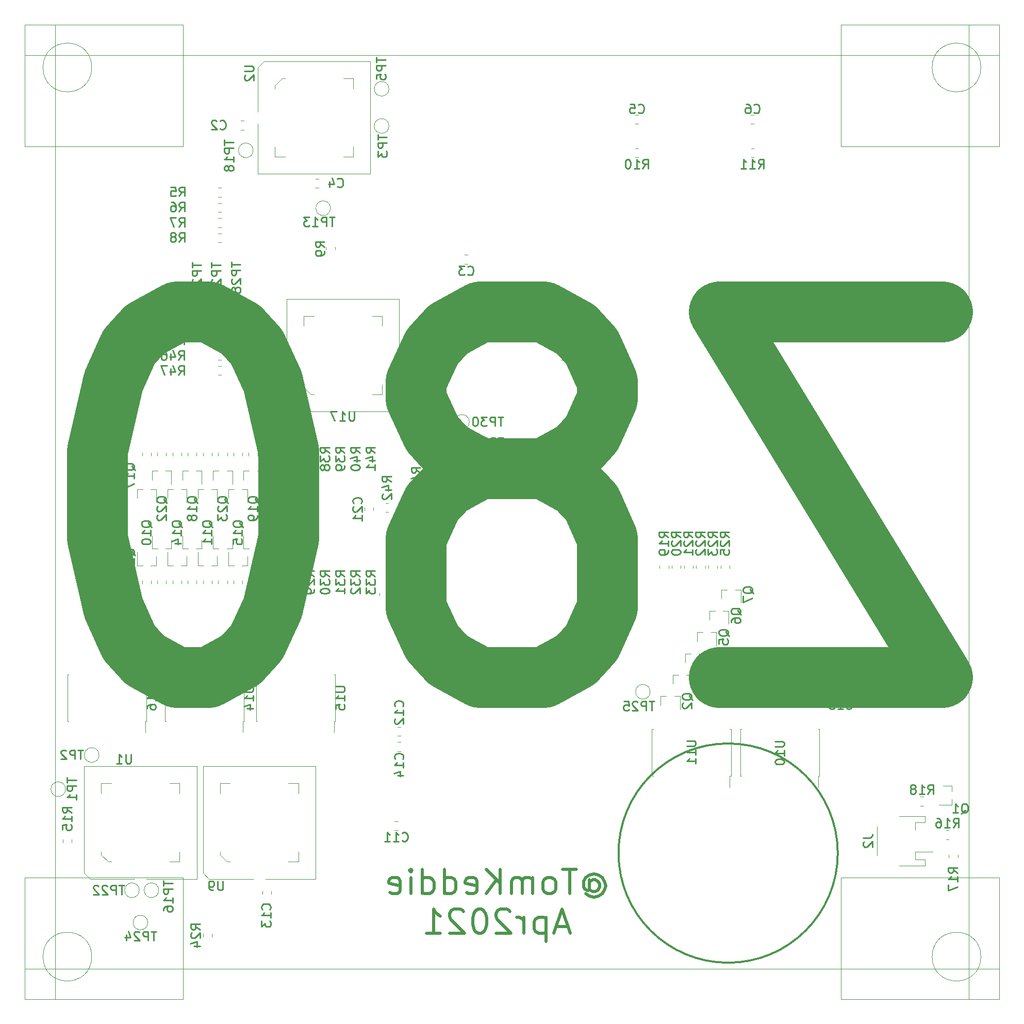
<source format=gbr>
G04 #@! TF.GenerationSoftware,KiCad,Pcbnew,5.1.7-a382d34a8~88~ubuntu20.04.1*
G04 #@! TF.CreationDate,2021-04-25T17:04:25-07:00*
G04 #@! TF.ProjectId,tec-1,7465632d-312e-46b6-9963-61645f706362,Apr2021*
G04 #@! TF.SameCoordinates,Original*
G04 #@! TF.FileFunction,Legend,Bot*
G04 #@! TF.FilePolarity,Positive*
%FSLAX46Y46*%
G04 Gerber Fmt 4.6, Leading zero omitted, Abs format (unit mm)*
G04 Created by KiCad (PCBNEW 5.1.7-a382d34a8~88~ubuntu20.04.1) date 2021-04-25 17:04:25*
%MOMM*%
%LPD*%
G01*
G04 APERTURE LIST*
%ADD10C,10.000000*%
%ADD11C,0.500000*%
%ADD12C,0.300000*%
%ADD13C,0.120000*%
%ADD14C,0.100000*%
%ADD15C,0.250000*%
G04 APERTURE END LIST*
D10*
X170714285Y-67142857D02*
X134047619Y-67142857D01*
X170714285Y-127142857D01*
X134047619Y-127142857D01*
X105238095Y-92857142D02*
X110476190Y-90000000D01*
X113095238Y-87142857D01*
X115714285Y-81428571D01*
X115714285Y-78571428D01*
X113095238Y-72857142D01*
X110476190Y-70000000D01*
X105238095Y-67142857D01*
X94761904Y-67142857D01*
X89523809Y-70000000D01*
X86904761Y-72857142D01*
X84285714Y-78571428D01*
X84285714Y-81428571D01*
X86904761Y-87142857D01*
X89523809Y-90000000D01*
X94761904Y-92857142D01*
X105238095Y-92857142D01*
X110476190Y-95714285D01*
X113095238Y-98571428D01*
X115714285Y-104285714D01*
X115714285Y-115714285D01*
X113095238Y-121428571D01*
X110476190Y-124285714D01*
X105238095Y-127142857D01*
X94761904Y-127142857D01*
X89523809Y-124285714D01*
X86904761Y-121428571D01*
X84285714Y-115714285D01*
X84285714Y-104285714D01*
X86904761Y-98571428D01*
X89523809Y-95714285D01*
X94761904Y-92857142D01*
X50238095Y-67142857D02*
X44999999Y-67142857D01*
X39761904Y-70000000D01*
X37142857Y-72857142D01*
X34523809Y-78571428D01*
X31904761Y-90000000D01*
X31904761Y-104285714D01*
X34523809Y-115714285D01*
X37142857Y-121428571D01*
X39761904Y-124285714D01*
X44999999Y-127142857D01*
X50238095Y-127142857D01*
X55476190Y-124285714D01*
X58095238Y-121428571D01*
X60714285Y-115714285D01*
X63333333Y-104285714D01*
X63333333Y-90000000D01*
X60714285Y-78571428D01*
X58095238Y-72857142D01*
X55476190Y-70000000D01*
X50238095Y-67142857D01*
D11*
X112717857Y-160779761D02*
X112908333Y-160589285D01*
X113289285Y-160398809D01*
X113670238Y-160398809D01*
X114051190Y-160589285D01*
X114241666Y-160779761D01*
X114432142Y-161160714D01*
X114432142Y-161541666D01*
X114241666Y-161922619D01*
X114051190Y-162113095D01*
X113670238Y-162303571D01*
X113289285Y-162303571D01*
X112908333Y-162113095D01*
X112717857Y-161922619D01*
X112717857Y-160398809D02*
X112717857Y-161922619D01*
X112527380Y-162113095D01*
X112336904Y-162113095D01*
X111955952Y-161922619D01*
X111765476Y-161541666D01*
X111765476Y-160589285D01*
X112146428Y-160017857D01*
X112717857Y-159636904D01*
X113479761Y-159446428D01*
X114241666Y-159636904D01*
X114813095Y-160017857D01*
X115194047Y-160589285D01*
X115384523Y-161351190D01*
X115194047Y-162113095D01*
X114813095Y-162684523D01*
X114241666Y-163065476D01*
X113479761Y-163255952D01*
X112717857Y-163065476D01*
X112146428Y-162684523D01*
X110622619Y-158684523D02*
X108336904Y-158684523D01*
X109479761Y-162684523D02*
X109479761Y-158684523D01*
X106432142Y-162684523D02*
X106813095Y-162494047D01*
X107003571Y-162303571D01*
X107194047Y-161922619D01*
X107194047Y-160779761D01*
X107003571Y-160398809D01*
X106813095Y-160208333D01*
X106432142Y-160017857D01*
X105860714Y-160017857D01*
X105479761Y-160208333D01*
X105289285Y-160398809D01*
X105098809Y-160779761D01*
X105098809Y-161922619D01*
X105289285Y-162303571D01*
X105479761Y-162494047D01*
X105860714Y-162684523D01*
X106432142Y-162684523D01*
X103384523Y-162684523D02*
X103384523Y-160017857D01*
X103384523Y-160398809D02*
X103194047Y-160208333D01*
X102813095Y-160017857D01*
X102241666Y-160017857D01*
X101860714Y-160208333D01*
X101670238Y-160589285D01*
X101670238Y-162684523D01*
X101670238Y-160589285D02*
X101479761Y-160208333D01*
X101098809Y-160017857D01*
X100527380Y-160017857D01*
X100146428Y-160208333D01*
X99955952Y-160589285D01*
X99955952Y-162684523D01*
X98051190Y-162684523D02*
X98051190Y-158684523D01*
X95765476Y-162684523D02*
X97479761Y-160398809D01*
X95765476Y-158684523D02*
X98051190Y-160970238D01*
X92527380Y-162494047D02*
X92908333Y-162684523D01*
X93670238Y-162684523D01*
X94051190Y-162494047D01*
X94241666Y-162113095D01*
X94241666Y-160589285D01*
X94051190Y-160208333D01*
X93670238Y-160017857D01*
X92908333Y-160017857D01*
X92527380Y-160208333D01*
X92336904Y-160589285D01*
X92336904Y-160970238D01*
X94241666Y-161351190D01*
X88908333Y-162684523D02*
X88908333Y-158684523D01*
X88908333Y-162494047D02*
X89289285Y-162684523D01*
X90051190Y-162684523D01*
X90432142Y-162494047D01*
X90622619Y-162303571D01*
X90813095Y-161922619D01*
X90813095Y-160779761D01*
X90622619Y-160398809D01*
X90432142Y-160208333D01*
X90051190Y-160017857D01*
X89289285Y-160017857D01*
X88908333Y-160208333D01*
X85289285Y-162684523D02*
X85289285Y-158684523D01*
X85289285Y-162494047D02*
X85670238Y-162684523D01*
X86432142Y-162684523D01*
X86813095Y-162494047D01*
X87003571Y-162303571D01*
X87194047Y-161922619D01*
X87194047Y-160779761D01*
X87003571Y-160398809D01*
X86813095Y-160208333D01*
X86432142Y-160017857D01*
X85670238Y-160017857D01*
X85289285Y-160208333D01*
X83384523Y-162684523D02*
X83384523Y-160017857D01*
X83384523Y-158684523D02*
X83575000Y-158875000D01*
X83384523Y-159065476D01*
X83194047Y-158875000D01*
X83384523Y-158684523D01*
X83384523Y-159065476D01*
X79955952Y-162494047D02*
X80336904Y-162684523D01*
X81098809Y-162684523D01*
X81479761Y-162494047D01*
X81670238Y-162113095D01*
X81670238Y-160589285D01*
X81479761Y-160208333D01*
X81098809Y-160017857D01*
X80336904Y-160017857D01*
X79955952Y-160208333D01*
X79765476Y-160589285D01*
X79765476Y-160970238D01*
X81670238Y-161351190D01*
X109194047Y-168041666D02*
X107289285Y-168041666D01*
X109575000Y-169184523D02*
X108241666Y-165184523D01*
X106908333Y-169184523D01*
X105575000Y-166517857D02*
X105575000Y-170517857D01*
X105575000Y-166708333D02*
X105194047Y-166517857D01*
X104432142Y-166517857D01*
X104051190Y-166708333D01*
X103860714Y-166898809D01*
X103670238Y-167279761D01*
X103670238Y-168422619D01*
X103860714Y-168803571D01*
X104051190Y-168994047D01*
X104432142Y-169184523D01*
X105194047Y-169184523D01*
X105575000Y-168994047D01*
X101955952Y-169184523D02*
X101955952Y-166517857D01*
X101955952Y-167279761D02*
X101765476Y-166898809D01*
X101574999Y-166708333D01*
X101194047Y-166517857D01*
X100813095Y-166517857D01*
X99670238Y-165565476D02*
X99479761Y-165375000D01*
X99098809Y-165184523D01*
X98146428Y-165184523D01*
X97765476Y-165375000D01*
X97575000Y-165565476D01*
X97384523Y-165946428D01*
X97384523Y-166327380D01*
X97575000Y-166898809D01*
X99860714Y-169184523D01*
X97384523Y-169184523D01*
X94908333Y-165184523D02*
X94527380Y-165184523D01*
X94146428Y-165375000D01*
X93955952Y-165565476D01*
X93765476Y-165946428D01*
X93574999Y-166708333D01*
X93574999Y-167660714D01*
X93765476Y-168422619D01*
X93955952Y-168803571D01*
X94146428Y-168994047D01*
X94527380Y-169184523D01*
X94908333Y-169184523D01*
X95289285Y-168994047D01*
X95479761Y-168803571D01*
X95670238Y-168422619D01*
X95860714Y-167660714D01*
X95860714Y-166708333D01*
X95670238Y-165946428D01*
X95479761Y-165565476D01*
X95289285Y-165375000D01*
X94908333Y-165184523D01*
X92051190Y-165565476D02*
X91860714Y-165375000D01*
X91479761Y-165184523D01*
X90527380Y-165184523D01*
X90146428Y-165375000D01*
X89955952Y-165565476D01*
X89765476Y-165946428D01*
X89765476Y-166327380D01*
X89955952Y-166898809D01*
X92241666Y-169184523D01*
X89765476Y-169184523D01*
X85955952Y-169184523D02*
X88241666Y-169184523D01*
X87098809Y-169184523D02*
X87098809Y-165184523D01*
X87479761Y-165755952D01*
X87860714Y-166136904D01*
X88241666Y-166327380D01*
D12*
X153500000Y-156000000D02*
G75*
G03*
X153500000Y-156000000I-18000000J0D01*
G01*
D13*
X177000000Y-173000000D02*
G75*
G03*
X177000000Y-173000000I-4000000J0D01*
G01*
X31000000Y-173000000D02*
G75*
G03*
X31000000Y-173000000I-4000000J0D01*
G01*
X31000000Y-27000000D02*
G75*
G03*
X31000000Y-27000000I-4000000J0D01*
G01*
X177000000Y-27000000D02*
G75*
G03*
X177000000Y-27000000I-4000000J0D01*
G01*
X175000000Y-20000000D02*
X175000000Y-180000000D01*
X25000000Y-180000000D02*
X25000000Y-20000000D01*
X180000000Y-175000000D02*
X20000000Y-175000000D01*
X20000000Y-25000000D02*
X180000000Y-25000000D01*
X180000000Y-40000000D02*
X180000000Y-20000000D01*
X154000000Y-40000000D02*
X180000000Y-40000000D01*
X154000000Y-20000000D02*
X154000000Y-40000000D01*
X155000000Y-20000000D02*
X154000000Y-20000000D01*
X180000000Y-20000000D02*
X155000000Y-20000000D01*
X20000000Y-40000000D02*
X20000000Y-20000000D01*
X46000000Y-40000000D02*
X20000000Y-40000000D01*
X46000000Y-20000000D02*
X46000000Y-40000000D01*
X20000000Y-20000000D02*
X46000000Y-20000000D01*
X20000000Y-160000000D02*
X20000000Y-180000000D01*
X46000000Y-160000000D02*
X20000000Y-160000000D01*
X46000000Y-180000000D02*
X46000000Y-160000000D01*
X20000000Y-180000000D02*
X46000000Y-180000000D01*
X180000000Y-160000000D02*
X180000000Y-180000000D01*
X154000000Y-160000000D02*
X180000000Y-160000000D01*
X154000000Y-180000000D02*
X154000000Y-160000000D01*
X180000000Y-180000000D02*
X154000000Y-180000000D01*
G04 #@! TO.C,C21*
X75765000Y-99761252D02*
X75765000Y-99238748D01*
X77235000Y-99761252D02*
X77235000Y-99238748D01*
D14*
G04 #@! TO.C,U17*
X78685000Y-67815000D02*
X78685000Y-69465000D01*
X77035000Y-67815000D02*
X78685000Y-67815000D01*
X65815000Y-67815000D02*
X65815000Y-69465000D01*
X67465000Y-67815000D02*
X65815000Y-67815000D01*
X78685000Y-80685000D02*
X78685000Y-79035000D01*
X77035000Y-80685000D02*
X78685000Y-80685000D01*
X65815000Y-79535000D02*
X65815000Y-79035000D01*
X66965000Y-80685000D02*
X65815000Y-79535000D01*
X67465000Y-80685000D02*
X66965000Y-80685000D01*
D13*
X81490000Y-83490000D02*
X73250000Y-83490000D01*
X81490000Y-65010000D02*
X81490000Y-83490000D01*
X63010000Y-65010000D02*
X81490000Y-65010000D01*
X63010000Y-82490000D02*
X63010000Y-65010000D01*
X64010000Y-83490000D02*
X63010000Y-82490000D01*
X71250000Y-83490000D02*
X64010000Y-83490000D01*
G04 #@! TO.C,TP31*
X93100000Y-88600000D02*
G75*
G03*
X93100000Y-88600000I-1200000J0D01*
G01*
G04 #@! TO.C,TP30*
X93000000Y-85200000D02*
G75*
G03*
X93000000Y-85200000I-1200000J0D01*
G01*
G04 #@! TO.C,TP29*
X49500000Y-65800000D02*
G75*
G03*
X49500000Y-65800000I-1200000J0D01*
G01*
G04 #@! TO.C,TP28*
X55950000Y-65750000D02*
G75*
G03*
X55950000Y-65750000I-1200000J0D01*
G01*
G04 #@! TO.C,TP27*
X52700000Y-65750000D02*
G75*
G03*
X52700000Y-65750000I-1200000J0D01*
G01*
G04 #@! TO.C,R47*
X52227064Y-77485000D02*
X51772936Y-77485000D01*
X52227064Y-76015000D02*
X51772936Y-76015000D01*
G04 #@! TO.C,R46*
X52227064Y-74985000D02*
X51772936Y-74985000D01*
X52227064Y-73515000D02*
X51772936Y-73515000D01*
G04 #@! TO.C,R45*
X52227064Y-72485000D02*
X51772936Y-72485000D01*
X52227064Y-71015000D02*
X51772936Y-71015000D01*
G04 #@! TO.C,R44*
X52227064Y-69985000D02*
X51772936Y-69985000D01*
X52227064Y-68515000D02*
X51772936Y-68515000D01*
G04 #@! TO.C,R43*
X84985000Y-98022936D02*
X84985000Y-98477064D01*
X83515000Y-98022936D02*
X83515000Y-98477064D01*
G04 #@! TO.C,R42*
X79727064Y-99985000D02*
X79272936Y-99985000D01*
X79727064Y-98515000D02*
X79272936Y-98515000D01*
G04 #@! TO.C,J2*
X163560000Y-158060000D02*
X167810000Y-158060000D01*
X167810000Y-158060000D02*
X167810000Y-157040000D01*
X167810000Y-157040000D02*
X166210000Y-157040000D01*
X166210000Y-157040000D02*
X166210000Y-155760000D01*
X166210000Y-155760000D02*
X169100000Y-155760000D01*
X163560000Y-149940000D02*
X167810000Y-149940000D01*
X167810000Y-149940000D02*
X167810000Y-150960000D01*
X167810000Y-150960000D02*
X166210000Y-150960000D01*
X166210000Y-150960000D02*
X166210000Y-152240000D01*
X159990000Y-156340000D02*
X159990000Y-151660000D01*
G04 #@! TO.C,Q1*
X172260000Y-144920000D02*
X172260000Y-145850000D01*
X172260000Y-148080000D02*
X172260000Y-147150000D01*
X172260000Y-148080000D02*
X170100000Y-148080000D01*
X172260000Y-144920000D02*
X170800000Y-144920000D01*
G04 #@! TO.C,U16*
X26990000Y-130500000D02*
X26990000Y-126640000D01*
X26990000Y-126640000D02*
X27225000Y-126640000D01*
X26990000Y-130500000D02*
X26990000Y-134360000D01*
X26990000Y-134360000D02*
X27225000Y-134360000D01*
X40010000Y-130500000D02*
X40010000Y-126640000D01*
X40010000Y-126640000D02*
X39775000Y-126640000D01*
X40010000Y-130500000D02*
X40010000Y-134360000D01*
X40010000Y-134360000D02*
X39775000Y-134360000D01*
X39775000Y-134360000D02*
X39775000Y-136175000D01*
G04 #@! TO.C,U15*
X57990000Y-130500000D02*
X57990000Y-126640000D01*
X57990000Y-126640000D02*
X58225000Y-126640000D01*
X57990000Y-130500000D02*
X57990000Y-134360000D01*
X57990000Y-134360000D02*
X58225000Y-134360000D01*
X71010000Y-130500000D02*
X71010000Y-126640000D01*
X71010000Y-126640000D02*
X70775000Y-126640000D01*
X71010000Y-130500000D02*
X71010000Y-134360000D01*
X71010000Y-134360000D02*
X70775000Y-134360000D01*
X70775000Y-134360000D02*
X70775000Y-136175000D01*
G04 #@! TO.C,U14*
X42990000Y-130500000D02*
X42990000Y-126640000D01*
X42990000Y-126640000D02*
X43225000Y-126640000D01*
X42990000Y-130500000D02*
X42990000Y-134360000D01*
X42990000Y-134360000D02*
X43225000Y-134360000D01*
X56010000Y-130500000D02*
X56010000Y-126640000D01*
X56010000Y-126640000D02*
X55775000Y-126640000D01*
X56010000Y-130500000D02*
X56010000Y-134360000D01*
X56010000Y-134360000D02*
X55775000Y-134360000D01*
X55775000Y-134360000D02*
X55775000Y-136175000D01*
G04 #@! TO.C,U11*
X122990000Y-139500000D02*
X122990000Y-135640000D01*
X122990000Y-135640000D02*
X123225000Y-135640000D01*
X122990000Y-139500000D02*
X122990000Y-143360000D01*
X122990000Y-143360000D02*
X123225000Y-143360000D01*
X136010000Y-139500000D02*
X136010000Y-135640000D01*
X136010000Y-135640000D02*
X135775000Y-135640000D01*
X136010000Y-139500000D02*
X136010000Y-143360000D01*
X136010000Y-143360000D02*
X135775000Y-143360000D01*
X135775000Y-143360000D02*
X135775000Y-145175000D01*
G04 #@! TO.C,U10*
X137490000Y-139500000D02*
X137490000Y-135640000D01*
X137490000Y-135640000D02*
X137725000Y-135640000D01*
X137490000Y-139500000D02*
X137490000Y-143360000D01*
X137490000Y-143360000D02*
X137725000Y-143360000D01*
X150510000Y-139500000D02*
X150510000Y-135640000D01*
X150510000Y-135640000D02*
X150275000Y-135640000D01*
X150510000Y-139500000D02*
X150510000Y-143360000D01*
X150510000Y-143360000D02*
X150275000Y-143360000D01*
X150275000Y-143360000D02*
X150275000Y-145175000D01*
G04 #@! TO.C,U9*
X57500000Y-160240000D02*
X50260000Y-160240000D01*
X50260000Y-160240000D02*
X49260000Y-159240000D01*
X49260000Y-159240000D02*
X49260000Y-141760000D01*
X49260000Y-141760000D02*
X67740000Y-141760000D01*
X67740000Y-141760000D02*
X67740000Y-160240000D01*
X67740000Y-160240000D02*
X59500000Y-160240000D01*
D14*
X53715000Y-157435000D02*
X53215000Y-157435000D01*
X53215000Y-157435000D02*
X52065000Y-156285000D01*
X52065000Y-156285000D02*
X52065000Y-155785000D01*
X63285000Y-157435000D02*
X64935000Y-157435000D01*
X64935000Y-157435000D02*
X64935000Y-155785000D01*
X53715000Y-144565000D02*
X52065000Y-144565000D01*
X52065000Y-144565000D02*
X52065000Y-146215000D01*
X63285000Y-144565000D02*
X64935000Y-144565000D01*
X64935000Y-144565000D02*
X64935000Y-146215000D01*
D13*
G04 #@! TO.C,U2*
X58260000Y-34250000D02*
X58260000Y-27010000D01*
X58260000Y-27010000D02*
X59260000Y-26010000D01*
X59260000Y-26010000D02*
X76740000Y-26010000D01*
X76740000Y-26010000D02*
X76740000Y-44490000D01*
X76740000Y-44490000D02*
X58260000Y-44490000D01*
X58260000Y-44490000D02*
X58260000Y-36250000D01*
D14*
X61065000Y-30465000D02*
X61065000Y-29965000D01*
X61065000Y-29965000D02*
X62215000Y-28815000D01*
X62215000Y-28815000D02*
X62715000Y-28815000D01*
X61065000Y-40035000D02*
X61065000Y-41685000D01*
X61065000Y-41685000D02*
X62715000Y-41685000D01*
X73935000Y-30465000D02*
X73935000Y-28815000D01*
X73935000Y-28815000D02*
X72285000Y-28815000D01*
X73935000Y-40035000D02*
X73935000Y-41685000D01*
X73935000Y-41685000D02*
X72285000Y-41685000D01*
D13*
G04 #@! TO.C,U1*
X38000000Y-160240000D02*
X30760000Y-160240000D01*
X30760000Y-160240000D02*
X29760000Y-159240000D01*
X29760000Y-159240000D02*
X29760000Y-141760000D01*
X29760000Y-141760000D02*
X48240000Y-141760000D01*
X48240000Y-141760000D02*
X48240000Y-160240000D01*
X48240000Y-160240000D02*
X40000000Y-160240000D01*
D14*
X34215000Y-157435000D02*
X33715000Y-157435000D01*
X33715000Y-157435000D02*
X32565000Y-156285000D01*
X32565000Y-156285000D02*
X32565000Y-155785000D01*
X43785000Y-157435000D02*
X45435000Y-157435000D01*
X45435000Y-157435000D02*
X45435000Y-155785000D01*
X34215000Y-144565000D02*
X32565000Y-144565000D01*
X32565000Y-144565000D02*
X32565000Y-146215000D01*
X43785000Y-144565000D02*
X45435000Y-144565000D01*
X45435000Y-144565000D02*
X45435000Y-146215000D01*
D13*
G04 #@! TO.C,TP25*
X122700000Y-129500000D02*
G75*
G03*
X122700000Y-129500000I-1200000J0D01*
G01*
G04 #@! TO.C,TP24*
X40200000Y-167400000D02*
G75*
G03*
X40200000Y-167400000I-1200000J0D01*
G01*
G04 #@! TO.C,TP22*
X38800000Y-162100000D02*
G75*
G03*
X38800000Y-162100000I-1200000J0D01*
G01*
G04 #@! TO.C,TP18*
X57500000Y-40600000D02*
G75*
G03*
X57500000Y-40600000I-1200000J0D01*
G01*
G04 #@! TO.C,TP16*
X42000000Y-162100000D02*
G75*
G03*
X42000000Y-162100000I-1200000J0D01*
G01*
G04 #@! TO.C,TP13*
X70200000Y-50100000D02*
G75*
G03*
X70200000Y-50100000I-1200000J0D01*
G01*
G04 #@! TO.C,TP5*
X79800000Y-30500000D02*
G75*
G03*
X79800000Y-30500000I-1200000J0D01*
G01*
G04 #@! TO.C,TP3*
X79800000Y-36600000D02*
G75*
G03*
X79800000Y-36600000I-1200000J0D01*
G01*
G04 #@! TO.C,TP2*
X32200000Y-139900000D02*
G75*
G03*
X32200000Y-139900000I-1200000J0D01*
G01*
G04 #@! TO.C,TP1*
X26700000Y-145500000D02*
G75*
G03*
X26700000Y-145500000I-1200000J0D01*
G01*
G04 #@! TO.C,R41*
X56765000Y-90272936D02*
X56765000Y-90727064D01*
X58235000Y-90272936D02*
X58235000Y-90727064D01*
G04 #@! TO.C,R40*
X54265000Y-90272936D02*
X54265000Y-90727064D01*
X55735000Y-90272936D02*
X55735000Y-90727064D01*
G04 #@! TO.C,R39*
X51765000Y-90272936D02*
X51765000Y-90727064D01*
X53235000Y-90272936D02*
X53235000Y-90727064D01*
G04 #@! TO.C,R38*
X49265000Y-90272936D02*
X49265000Y-90727064D01*
X50735000Y-90272936D02*
X50735000Y-90727064D01*
G04 #@! TO.C,R37*
X46765000Y-90272936D02*
X46765000Y-90727064D01*
X48235000Y-90272936D02*
X48235000Y-90727064D01*
G04 #@! TO.C,R36*
X44265000Y-90272936D02*
X44265000Y-90727064D01*
X45735000Y-90272936D02*
X45735000Y-90727064D01*
G04 #@! TO.C,R35*
X41765000Y-90272936D02*
X41765000Y-90727064D01*
X43235000Y-90272936D02*
X43235000Y-90727064D01*
G04 #@! TO.C,R34*
X39265000Y-90272936D02*
X39265000Y-90727064D01*
X40735000Y-90272936D02*
X40735000Y-90727064D01*
G04 #@! TO.C,R33*
X58235000Y-111727064D02*
X58235000Y-111272936D01*
X56765000Y-111727064D02*
X56765000Y-111272936D01*
G04 #@! TO.C,R32*
X55735000Y-111727064D02*
X55735000Y-111272936D01*
X54265000Y-111727064D02*
X54265000Y-111272936D01*
G04 #@! TO.C,R31*
X53235000Y-111727064D02*
X53235000Y-111272936D01*
X51765000Y-111727064D02*
X51765000Y-111272936D01*
G04 #@! TO.C,R30*
X50735000Y-111727064D02*
X50735000Y-111272936D01*
X49265000Y-111727064D02*
X49265000Y-111272936D01*
G04 #@! TO.C,R29*
X48235000Y-111727064D02*
X48235000Y-111272936D01*
X46765000Y-111727064D02*
X46765000Y-111272936D01*
G04 #@! TO.C,R28*
X45735000Y-111727064D02*
X45735000Y-111272936D01*
X44265000Y-111727064D02*
X44265000Y-111272936D01*
G04 #@! TO.C,R27*
X43235000Y-111727064D02*
X43235000Y-111272936D01*
X41765000Y-111727064D02*
X41765000Y-111272936D01*
G04 #@! TO.C,R26*
X40735000Y-111727064D02*
X40735000Y-111272936D01*
X39265000Y-111727064D02*
X39265000Y-111272936D01*
G04 #@! TO.C,R25*
X134265000Y-108772936D02*
X134265000Y-109227064D01*
X135735000Y-108772936D02*
X135735000Y-109227064D01*
G04 #@! TO.C,R24*
X49265000Y-169272936D02*
X49265000Y-169727064D01*
X50735000Y-169272936D02*
X50735000Y-169727064D01*
G04 #@! TO.C,R23*
X132265000Y-108772936D02*
X132265000Y-109227064D01*
X133735000Y-108772936D02*
X133735000Y-109227064D01*
G04 #@! TO.C,R22*
X130265000Y-108772936D02*
X130265000Y-109227064D01*
X131735000Y-108772936D02*
X131735000Y-109227064D01*
G04 #@! TO.C,R21*
X128265000Y-108772936D02*
X128265000Y-109227064D01*
X129735000Y-108772936D02*
X129735000Y-109227064D01*
G04 #@! TO.C,R20*
X126265000Y-108772936D02*
X126265000Y-109227064D01*
X127735000Y-108772936D02*
X127735000Y-109227064D01*
G04 #@! TO.C,R19*
X124265000Y-108772936D02*
X124265000Y-109227064D01*
X125735000Y-108772936D02*
X125735000Y-109227064D01*
G04 #@! TO.C,R18*
X167092936Y-148235000D02*
X167547064Y-148235000D01*
X167092936Y-146765000D02*
X167547064Y-146765000D01*
G04 #@! TO.C,R17*
X173235000Y-156727064D02*
X173235000Y-156272936D01*
X171765000Y-156727064D02*
X171765000Y-156272936D01*
G04 #@! TO.C,R16*
X171272936Y-153735000D02*
X171727064Y-153735000D01*
X171272936Y-152265000D02*
X171727064Y-152265000D01*
G04 #@! TO.C,R15*
X27735000Y-154227064D02*
X27735000Y-153772936D01*
X26265000Y-154227064D02*
X26265000Y-153772936D01*
G04 #@! TO.C,R12*
X79735000Y-113727064D02*
X79735000Y-113272936D01*
X78265000Y-113727064D02*
X78265000Y-113272936D01*
G04 #@! TO.C,R11*
X139272936Y-41735000D02*
X139727064Y-41735000D01*
X139272936Y-40265000D02*
X139727064Y-40265000D01*
G04 #@! TO.C,R10*
X120272936Y-41735000D02*
X120727064Y-41735000D01*
X120272936Y-40265000D02*
X120727064Y-40265000D01*
G04 #@! TO.C,R9*
X69465000Y-56472936D02*
X69465000Y-56927064D01*
X70935000Y-56472936D02*
X70935000Y-56927064D01*
G04 #@! TO.C,R8*
X52227064Y-54265000D02*
X51772936Y-54265000D01*
X52227064Y-55735000D02*
X51772936Y-55735000D01*
G04 #@! TO.C,R7*
X52227064Y-51765000D02*
X51772936Y-51765000D01*
X52227064Y-53235000D02*
X51772936Y-53235000D01*
G04 #@! TO.C,R6*
X52227064Y-49265000D02*
X51772936Y-49265000D01*
X52227064Y-50735000D02*
X51772936Y-50735000D01*
G04 #@! TO.C,R5*
X52227064Y-46765000D02*
X51772936Y-46765000D01*
X52227064Y-48235000D02*
X51772936Y-48235000D01*
G04 #@! TO.C,R4*
X100477064Y-70515000D02*
X100022936Y-70515000D01*
X100477064Y-71985000D02*
X100022936Y-71985000D01*
G04 #@! TO.C,R3*
X108022936Y-72485000D02*
X108477064Y-72485000D01*
X108022936Y-71015000D02*
X108477064Y-71015000D01*
G04 #@! TO.C,R2*
X108022936Y-74985000D02*
X108477064Y-74985000D01*
X108022936Y-73515000D02*
X108477064Y-73515000D01*
G04 #@! TO.C,Q23*
X48420000Y-96240000D02*
X49350000Y-96240000D01*
X51580000Y-96240000D02*
X50650000Y-96240000D01*
X51580000Y-96240000D02*
X51580000Y-98400000D01*
X48420000Y-96240000D02*
X48420000Y-97700000D01*
G04 #@! TO.C,Q22*
X38420000Y-96240000D02*
X39350000Y-96240000D01*
X41580000Y-96240000D02*
X40650000Y-96240000D01*
X41580000Y-96240000D02*
X41580000Y-98400000D01*
X38420000Y-96240000D02*
X38420000Y-97700000D01*
G04 #@! TO.C,Q21*
X50920000Y-93240000D02*
X51850000Y-93240000D01*
X54080000Y-93240000D02*
X53150000Y-93240000D01*
X54080000Y-93240000D02*
X54080000Y-95400000D01*
X50920000Y-93240000D02*
X50920000Y-94700000D01*
G04 #@! TO.C,Q20*
X40920000Y-93240000D02*
X41850000Y-93240000D01*
X44080000Y-93240000D02*
X43150000Y-93240000D01*
X44080000Y-93240000D02*
X44080000Y-95400000D01*
X40920000Y-93240000D02*
X40920000Y-94700000D01*
G04 #@! TO.C,Q19*
X53420000Y-96240000D02*
X54350000Y-96240000D01*
X56580000Y-96240000D02*
X55650000Y-96240000D01*
X56580000Y-96240000D02*
X56580000Y-98400000D01*
X53420000Y-96240000D02*
X53420000Y-97700000D01*
G04 #@! TO.C,Q18*
X43420000Y-96240000D02*
X44350000Y-96240000D01*
X46580000Y-96240000D02*
X45650000Y-96240000D01*
X46580000Y-96240000D02*
X46580000Y-98400000D01*
X43420000Y-96240000D02*
X43420000Y-97700000D01*
G04 #@! TO.C,Q17*
X55920000Y-93240000D02*
X56850000Y-93240000D01*
X59080000Y-93240000D02*
X58150000Y-93240000D01*
X59080000Y-93240000D02*
X59080000Y-95400000D01*
X55920000Y-93240000D02*
X55920000Y-94700000D01*
G04 #@! TO.C,Q16*
X45920000Y-93240000D02*
X46850000Y-93240000D01*
X49080000Y-93240000D02*
X48150000Y-93240000D01*
X49080000Y-93240000D02*
X49080000Y-95400000D01*
X45920000Y-93240000D02*
X45920000Y-94700000D01*
G04 #@! TO.C,Q15*
X59080000Y-106010000D02*
X58150000Y-106010000D01*
X55920000Y-106010000D02*
X56850000Y-106010000D01*
X55920000Y-106010000D02*
X55920000Y-103850000D01*
X59080000Y-106010000D02*
X59080000Y-104550000D01*
G04 #@! TO.C,Q14*
X49080000Y-106010000D02*
X48150000Y-106010000D01*
X45920000Y-106010000D02*
X46850000Y-106010000D01*
X45920000Y-106010000D02*
X45920000Y-103850000D01*
X49080000Y-106010000D02*
X49080000Y-104550000D01*
G04 #@! TO.C,Q13*
X56580000Y-108760000D02*
X55650000Y-108760000D01*
X53420000Y-108760000D02*
X54350000Y-108760000D01*
X53420000Y-108760000D02*
X53420000Y-106600000D01*
X56580000Y-108760000D02*
X56580000Y-107300000D01*
G04 #@! TO.C,Q12*
X46580000Y-108760000D02*
X45650000Y-108760000D01*
X43420000Y-108760000D02*
X44350000Y-108760000D01*
X43420000Y-108760000D02*
X43420000Y-106600000D01*
X46580000Y-108760000D02*
X46580000Y-107300000D01*
G04 #@! TO.C,Q11*
X54080000Y-106010000D02*
X53150000Y-106010000D01*
X50920000Y-106010000D02*
X51850000Y-106010000D01*
X50920000Y-106010000D02*
X50920000Y-103850000D01*
X54080000Y-106010000D02*
X54080000Y-104550000D01*
G04 #@! TO.C,Q10*
X44080000Y-106010000D02*
X43150000Y-106010000D01*
X40920000Y-106010000D02*
X41850000Y-106010000D01*
X40920000Y-106010000D02*
X40920000Y-103850000D01*
X44080000Y-106010000D02*
X44080000Y-104550000D01*
G04 #@! TO.C,Q9*
X51580000Y-108760000D02*
X50650000Y-108760000D01*
X48420000Y-108760000D02*
X49350000Y-108760000D01*
X48420000Y-108760000D02*
X48420000Y-106600000D01*
X51580000Y-108760000D02*
X51580000Y-107300000D01*
G04 #@! TO.C,Q8*
X41580000Y-108760000D02*
X40650000Y-108760000D01*
X38420000Y-108760000D02*
X39350000Y-108760000D01*
X38420000Y-108760000D02*
X38420000Y-106600000D01*
X41580000Y-108760000D02*
X41580000Y-107300000D01*
G04 #@! TO.C,Q7*
X134420000Y-112740000D02*
X135350000Y-112740000D01*
X137580000Y-112740000D02*
X136650000Y-112740000D01*
X137580000Y-112740000D02*
X137580000Y-114900000D01*
X134420000Y-112740000D02*
X134420000Y-114200000D01*
G04 #@! TO.C,Q6*
X132420000Y-116240000D02*
X133350000Y-116240000D01*
X135580000Y-116240000D02*
X134650000Y-116240000D01*
X135580000Y-116240000D02*
X135580000Y-118400000D01*
X132420000Y-116240000D02*
X132420000Y-117700000D01*
G04 #@! TO.C,Q5*
X130420000Y-119740000D02*
X131350000Y-119740000D01*
X133580000Y-119740000D02*
X132650000Y-119740000D01*
X133580000Y-119740000D02*
X133580000Y-121900000D01*
X130420000Y-119740000D02*
X130420000Y-121200000D01*
G04 #@! TO.C,Q4*
X128420000Y-123240000D02*
X129350000Y-123240000D01*
X131580000Y-123240000D02*
X130650000Y-123240000D01*
X131580000Y-123240000D02*
X131580000Y-125400000D01*
X128420000Y-123240000D02*
X128420000Y-124700000D01*
G04 #@! TO.C,Q3*
X126420000Y-126740000D02*
X127350000Y-126740000D01*
X129580000Y-126740000D02*
X128650000Y-126740000D01*
X129580000Y-126740000D02*
X129580000Y-128900000D01*
X126420000Y-126740000D02*
X126420000Y-128200000D01*
G04 #@! TO.C,Q2*
X124420000Y-130240000D02*
X125350000Y-130240000D01*
X127580000Y-130240000D02*
X126650000Y-130240000D01*
X127580000Y-130240000D02*
X127580000Y-132400000D01*
X124420000Y-130240000D02*
X124420000Y-131700000D01*
G04 #@! TO.C,C16*
X153738748Y-130735000D02*
X154261252Y-130735000D01*
X153738748Y-129265000D02*
X154261252Y-129265000D01*
G04 #@! TO.C,C15*
X137238748Y-130735000D02*
X137761252Y-130735000D01*
X137238748Y-129265000D02*
X137761252Y-129265000D01*
G04 #@! TO.C,C14*
X81761252Y-137765000D02*
X81238748Y-137765000D01*
X81761252Y-139235000D02*
X81238748Y-139235000D01*
G04 #@! TO.C,C13*
X59015000Y-162238748D02*
X59015000Y-162761252D01*
X60485000Y-162238748D02*
X60485000Y-162761252D01*
G04 #@! TO.C,C12*
X81761252Y-135265000D02*
X81238748Y-135265000D01*
X81761252Y-136735000D02*
X81238748Y-136735000D01*
G04 #@! TO.C,C11*
X80738748Y-152235000D02*
X81261252Y-152235000D01*
X80738748Y-150765000D02*
X81261252Y-150765000D01*
G04 #@! TO.C,C6*
X139761252Y-34765000D02*
X139238748Y-34765000D01*
X139761252Y-36235000D02*
X139238748Y-36235000D01*
G04 #@! TO.C,C5*
X120761252Y-34765000D02*
X120238748Y-34765000D01*
X120761252Y-36235000D02*
X120238748Y-36235000D01*
G04 #@! TO.C,C4*
X68261252Y-45265000D02*
X67738748Y-45265000D01*
X68261252Y-46735000D02*
X67738748Y-46735000D01*
G04 #@! TO.C,C3*
X92238748Y-59235000D02*
X92761252Y-59235000D01*
X92238748Y-57765000D02*
X92761252Y-57765000D01*
G04 #@! TO.C,C2*
X56011252Y-35765000D02*
X55488748Y-35765000D01*
X56011252Y-37235000D02*
X55488748Y-37235000D01*
G04 #@! TO.C,C21*
D15*
X75235714Y-98535714D02*
X75307142Y-98464285D01*
X75378571Y-98250000D01*
X75378571Y-98107142D01*
X75307142Y-97892857D01*
X75164285Y-97750000D01*
X75021428Y-97678571D01*
X74735714Y-97607142D01*
X74521428Y-97607142D01*
X74235714Y-97678571D01*
X74092857Y-97750000D01*
X73950000Y-97892857D01*
X73878571Y-98107142D01*
X73878571Y-98250000D01*
X73950000Y-98464285D01*
X74021428Y-98535714D01*
X74021428Y-99107142D02*
X73950000Y-99178571D01*
X73878571Y-99321428D01*
X73878571Y-99678571D01*
X73950000Y-99821428D01*
X74021428Y-99892857D01*
X74164285Y-99964285D01*
X74307142Y-99964285D01*
X74521428Y-99892857D01*
X75378571Y-99035714D01*
X75378571Y-99964285D01*
X75378571Y-101392857D02*
X75378571Y-100535714D01*
X75378571Y-100964285D02*
X73878571Y-100964285D01*
X74092857Y-100821428D01*
X74235714Y-100678571D01*
X74307142Y-100535714D01*
G04 #@! TO.C,U17*
X74107142Y-83518571D02*
X74107142Y-84732857D01*
X74035714Y-84875714D01*
X73964285Y-84947142D01*
X73821428Y-85018571D01*
X73535714Y-85018571D01*
X73392857Y-84947142D01*
X73321428Y-84875714D01*
X73250000Y-84732857D01*
X73250000Y-83518571D01*
X71750000Y-85018571D02*
X72607142Y-85018571D01*
X72178571Y-85018571D02*
X72178571Y-83518571D01*
X72321428Y-83732857D01*
X72464285Y-83875714D01*
X72607142Y-83947142D01*
X71250000Y-83518571D02*
X70250000Y-83518571D01*
X70892857Y-85018571D01*
G04 #@! TO.C,TP31*
X98607142Y-87778571D02*
X97750000Y-87778571D01*
X98178571Y-89278571D02*
X98178571Y-87778571D01*
X97250000Y-89278571D02*
X97250000Y-87778571D01*
X96678571Y-87778571D01*
X96535714Y-87850000D01*
X96464285Y-87921428D01*
X96392857Y-88064285D01*
X96392857Y-88278571D01*
X96464285Y-88421428D01*
X96535714Y-88492857D01*
X96678571Y-88564285D01*
X97250000Y-88564285D01*
X95892857Y-87778571D02*
X94964285Y-87778571D01*
X95464285Y-88350000D01*
X95250000Y-88350000D01*
X95107142Y-88421428D01*
X95035714Y-88492857D01*
X94964285Y-88635714D01*
X94964285Y-88992857D01*
X95035714Y-89135714D01*
X95107142Y-89207142D01*
X95250000Y-89278571D01*
X95678571Y-89278571D01*
X95821428Y-89207142D01*
X95892857Y-89135714D01*
X93535714Y-89278571D02*
X94392857Y-89278571D01*
X93964285Y-89278571D02*
X93964285Y-87778571D01*
X94107142Y-87992857D01*
X94250000Y-88135714D01*
X94392857Y-88207142D01*
G04 #@! TO.C,TP30*
X98607142Y-84378571D02*
X97750000Y-84378571D01*
X98178571Y-85878571D02*
X98178571Y-84378571D01*
X97250000Y-85878571D02*
X97250000Y-84378571D01*
X96678571Y-84378571D01*
X96535714Y-84450000D01*
X96464285Y-84521428D01*
X96392857Y-84664285D01*
X96392857Y-84878571D01*
X96464285Y-85021428D01*
X96535714Y-85092857D01*
X96678571Y-85164285D01*
X97250000Y-85164285D01*
X95892857Y-84378571D02*
X94964285Y-84378571D01*
X95464285Y-84950000D01*
X95250000Y-84950000D01*
X95107142Y-85021428D01*
X95035714Y-85092857D01*
X94964285Y-85235714D01*
X94964285Y-85592857D01*
X95035714Y-85735714D01*
X95107142Y-85807142D01*
X95250000Y-85878571D01*
X95678571Y-85878571D01*
X95821428Y-85807142D01*
X95892857Y-85735714D01*
X94035714Y-84378571D02*
X93892857Y-84378571D01*
X93750000Y-84450000D01*
X93678571Y-84521428D01*
X93607142Y-84664285D01*
X93535714Y-84950000D01*
X93535714Y-85307142D01*
X93607142Y-85592857D01*
X93678571Y-85735714D01*
X93750000Y-85807142D01*
X93892857Y-85878571D01*
X94035714Y-85878571D01*
X94178571Y-85807142D01*
X94250000Y-85735714D01*
X94321428Y-85592857D01*
X94392857Y-85307142D01*
X94392857Y-84950000D01*
X94321428Y-84664285D01*
X94250000Y-84521428D01*
X94178571Y-84450000D01*
X94035714Y-84378571D01*
G04 #@! TO.C,TP29*
X47478571Y-58992857D02*
X47478571Y-59850000D01*
X48978571Y-59421428D02*
X47478571Y-59421428D01*
X48978571Y-60350000D02*
X47478571Y-60350000D01*
X47478571Y-60921428D01*
X47550000Y-61064285D01*
X47621428Y-61135714D01*
X47764285Y-61207142D01*
X47978571Y-61207142D01*
X48121428Y-61135714D01*
X48192857Y-61064285D01*
X48264285Y-60921428D01*
X48264285Y-60350000D01*
X47621428Y-61778571D02*
X47550000Y-61850000D01*
X47478571Y-61992857D01*
X47478571Y-62350000D01*
X47550000Y-62492857D01*
X47621428Y-62564285D01*
X47764285Y-62635714D01*
X47907142Y-62635714D01*
X48121428Y-62564285D01*
X48978571Y-61707142D01*
X48978571Y-62635714D01*
X48978571Y-63350000D02*
X48978571Y-63635714D01*
X48907142Y-63778571D01*
X48835714Y-63850000D01*
X48621428Y-63992857D01*
X48335714Y-64064285D01*
X47764285Y-64064285D01*
X47621428Y-63992857D01*
X47550000Y-63921428D01*
X47478571Y-63778571D01*
X47478571Y-63492857D01*
X47550000Y-63350000D01*
X47621428Y-63278571D01*
X47764285Y-63207142D01*
X48121428Y-63207142D01*
X48264285Y-63278571D01*
X48335714Y-63350000D01*
X48407142Y-63492857D01*
X48407142Y-63778571D01*
X48335714Y-63921428D01*
X48264285Y-63992857D01*
X48121428Y-64064285D01*
G04 #@! TO.C,TP28*
X53928571Y-58892857D02*
X53928571Y-59750000D01*
X55428571Y-59321428D02*
X53928571Y-59321428D01*
X55428571Y-60250000D02*
X53928571Y-60250000D01*
X53928571Y-60821428D01*
X54000000Y-60964285D01*
X54071428Y-61035714D01*
X54214285Y-61107142D01*
X54428571Y-61107142D01*
X54571428Y-61035714D01*
X54642857Y-60964285D01*
X54714285Y-60821428D01*
X54714285Y-60250000D01*
X54071428Y-61678571D02*
X54000000Y-61750000D01*
X53928571Y-61892857D01*
X53928571Y-62250000D01*
X54000000Y-62392857D01*
X54071428Y-62464285D01*
X54214285Y-62535714D01*
X54357142Y-62535714D01*
X54571428Y-62464285D01*
X55428571Y-61607142D01*
X55428571Y-62535714D01*
X54571428Y-63392857D02*
X54500000Y-63250000D01*
X54428571Y-63178571D01*
X54285714Y-63107142D01*
X54214285Y-63107142D01*
X54071428Y-63178571D01*
X54000000Y-63250000D01*
X53928571Y-63392857D01*
X53928571Y-63678571D01*
X54000000Y-63821428D01*
X54071428Y-63892857D01*
X54214285Y-63964285D01*
X54285714Y-63964285D01*
X54428571Y-63892857D01*
X54500000Y-63821428D01*
X54571428Y-63678571D01*
X54571428Y-63392857D01*
X54642857Y-63250000D01*
X54714285Y-63178571D01*
X54857142Y-63107142D01*
X55142857Y-63107142D01*
X55285714Y-63178571D01*
X55357142Y-63250000D01*
X55428571Y-63392857D01*
X55428571Y-63678571D01*
X55357142Y-63821428D01*
X55285714Y-63892857D01*
X55142857Y-63964285D01*
X54857142Y-63964285D01*
X54714285Y-63892857D01*
X54642857Y-63821428D01*
X54571428Y-63678571D01*
G04 #@! TO.C,TP27*
X50678571Y-58992857D02*
X50678571Y-59850000D01*
X52178571Y-59421428D02*
X50678571Y-59421428D01*
X52178571Y-60350000D02*
X50678571Y-60350000D01*
X50678571Y-60921428D01*
X50750000Y-61064285D01*
X50821428Y-61135714D01*
X50964285Y-61207142D01*
X51178571Y-61207142D01*
X51321428Y-61135714D01*
X51392857Y-61064285D01*
X51464285Y-60921428D01*
X51464285Y-60350000D01*
X50821428Y-61778571D02*
X50750000Y-61850000D01*
X50678571Y-61992857D01*
X50678571Y-62350000D01*
X50750000Y-62492857D01*
X50821428Y-62564285D01*
X50964285Y-62635714D01*
X51107142Y-62635714D01*
X51321428Y-62564285D01*
X52178571Y-61707142D01*
X52178571Y-62635714D01*
X50678571Y-63135714D02*
X50678571Y-64135714D01*
X52178571Y-63492857D01*
G04 #@! TO.C,R47*
X45264285Y-77478571D02*
X45764285Y-76764285D01*
X46121428Y-77478571D02*
X46121428Y-75978571D01*
X45550000Y-75978571D01*
X45407142Y-76050000D01*
X45335714Y-76121428D01*
X45264285Y-76264285D01*
X45264285Y-76478571D01*
X45335714Y-76621428D01*
X45407142Y-76692857D01*
X45550000Y-76764285D01*
X46121428Y-76764285D01*
X43978571Y-76478571D02*
X43978571Y-77478571D01*
X44335714Y-75907142D02*
X44692857Y-76978571D01*
X43764285Y-76978571D01*
X43335714Y-75978571D02*
X42335714Y-75978571D01*
X42978571Y-77478571D01*
G04 #@! TO.C,R46*
X45264285Y-74978571D02*
X45764285Y-74264285D01*
X46121428Y-74978571D02*
X46121428Y-73478571D01*
X45550000Y-73478571D01*
X45407142Y-73550000D01*
X45335714Y-73621428D01*
X45264285Y-73764285D01*
X45264285Y-73978571D01*
X45335714Y-74121428D01*
X45407142Y-74192857D01*
X45550000Y-74264285D01*
X46121428Y-74264285D01*
X43978571Y-73978571D02*
X43978571Y-74978571D01*
X44335714Y-73407142D02*
X44692857Y-74478571D01*
X43764285Y-74478571D01*
X42550000Y-73478571D02*
X42835714Y-73478571D01*
X42978571Y-73550000D01*
X43050000Y-73621428D01*
X43192857Y-73835714D01*
X43264285Y-74121428D01*
X43264285Y-74692857D01*
X43192857Y-74835714D01*
X43121428Y-74907142D01*
X42978571Y-74978571D01*
X42692857Y-74978571D01*
X42550000Y-74907142D01*
X42478571Y-74835714D01*
X42407142Y-74692857D01*
X42407142Y-74335714D01*
X42478571Y-74192857D01*
X42550000Y-74121428D01*
X42692857Y-74050000D01*
X42978571Y-74050000D01*
X43121428Y-74121428D01*
X43192857Y-74192857D01*
X43264285Y-74335714D01*
G04 #@! TO.C,R45*
X45264285Y-72478571D02*
X45764285Y-71764285D01*
X46121428Y-72478571D02*
X46121428Y-70978571D01*
X45550000Y-70978571D01*
X45407142Y-71050000D01*
X45335714Y-71121428D01*
X45264285Y-71264285D01*
X45264285Y-71478571D01*
X45335714Y-71621428D01*
X45407142Y-71692857D01*
X45550000Y-71764285D01*
X46121428Y-71764285D01*
X43978571Y-71478571D02*
X43978571Y-72478571D01*
X44335714Y-70907142D02*
X44692857Y-71978571D01*
X43764285Y-71978571D01*
X42478571Y-70978571D02*
X43192857Y-70978571D01*
X43264285Y-71692857D01*
X43192857Y-71621428D01*
X43050000Y-71550000D01*
X42692857Y-71550000D01*
X42550000Y-71621428D01*
X42478571Y-71692857D01*
X42407142Y-71835714D01*
X42407142Y-72192857D01*
X42478571Y-72335714D01*
X42550000Y-72407142D01*
X42692857Y-72478571D01*
X43050000Y-72478571D01*
X43192857Y-72407142D01*
X43264285Y-72335714D01*
G04 #@! TO.C,R44*
X45264285Y-69978571D02*
X45764285Y-69264285D01*
X46121428Y-69978571D02*
X46121428Y-68478571D01*
X45550000Y-68478571D01*
X45407142Y-68550000D01*
X45335714Y-68621428D01*
X45264285Y-68764285D01*
X45264285Y-68978571D01*
X45335714Y-69121428D01*
X45407142Y-69192857D01*
X45550000Y-69264285D01*
X46121428Y-69264285D01*
X43978571Y-68978571D02*
X43978571Y-69978571D01*
X44335714Y-68407142D02*
X44692857Y-69478571D01*
X43764285Y-69478571D01*
X42550000Y-68978571D02*
X42550000Y-69978571D01*
X42907142Y-68407142D02*
X43264285Y-69478571D01*
X42335714Y-69478571D01*
G04 #@! TO.C,R43*
X84978571Y-93535714D02*
X84264285Y-93035714D01*
X84978571Y-92678571D02*
X83478571Y-92678571D01*
X83478571Y-93250000D01*
X83550000Y-93392857D01*
X83621428Y-93464285D01*
X83764285Y-93535714D01*
X83978571Y-93535714D01*
X84121428Y-93464285D01*
X84192857Y-93392857D01*
X84264285Y-93250000D01*
X84264285Y-92678571D01*
X83978571Y-94821428D02*
X84978571Y-94821428D01*
X83407142Y-94464285D02*
X84478571Y-94107142D01*
X84478571Y-95035714D01*
X83478571Y-95464285D02*
X83478571Y-96392857D01*
X84050000Y-95892857D01*
X84050000Y-96107142D01*
X84121428Y-96250000D01*
X84192857Y-96321428D01*
X84335714Y-96392857D01*
X84692857Y-96392857D01*
X84835714Y-96321428D01*
X84907142Y-96250000D01*
X84978571Y-96107142D01*
X84978571Y-95678571D01*
X84907142Y-95535714D01*
X84835714Y-95464285D01*
G04 #@! TO.C,R42*
X80178571Y-95035714D02*
X79464285Y-94535714D01*
X80178571Y-94178571D02*
X78678571Y-94178571D01*
X78678571Y-94750000D01*
X78750000Y-94892857D01*
X78821428Y-94964285D01*
X78964285Y-95035714D01*
X79178571Y-95035714D01*
X79321428Y-94964285D01*
X79392857Y-94892857D01*
X79464285Y-94750000D01*
X79464285Y-94178571D01*
X79178571Y-96321428D02*
X80178571Y-96321428D01*
X78607142Y-95964285D02*
X79678571Y-95607142D01*
X79678571Y-96535714D01*
X78821428Y-97035714D02*
X78750000Y-97107142D01*
X78678571Y-97250000D01*
X78678571Y-97607142D01*
X78750000Y-97750000D01*
X78821428Y-97821428D01*
X78964285Y-97892857D01*
X79107142Y-97892857D01*
X79321428Y-97821428D01*
X80178571Y-96964285D01*
X80178571Y-97892857D01*
G04 #@! TO.C,J2*
X157678571Y-153500000D02*
X158750000Y-153500000D01*
X158964285Y-153428571D01*
X159107142Y-153285714D01*
X159178571Y-153071428D01*
X159178571Y-152928571D01*
X157821428Y-154142857D02*
X157750000Y-154214285D01*
X157678571Y-154357142D01*
X157678571Y-154714285D01*
X157750000Y-154857142D01*
X157821428Y-154928571D01*
X157964285Y-155000000D01*
X158107142Y-155000000D01*
X158321428Y-154928571D01*
X159178571Y-154071428D01*
X159178571Y-155000000D01*
G04 #@! TO.C,Q1*
X173742857Y-149521428D02*
X173885714Y-149450000D01*
X174028571Y-149307142D01*
X174242857Y-149092857D01*
X174385714Y-149021428D01*
X174528571Y-149021428D01*
X174457142Y-149378571D02*
X174600000Y-149307142D01*
X174742857Y-149164285D01*
X174814285Y-148878571D01*
X174814285Y-148378571D01*
X174742857Y-148092857D01*
X174600000Y-147950000D01*
X174457142Y-147878571D01*
X174171428Y-147878571D01*
X174028571Y-147950000D01*
X173885714Y-148092857D01*
X173814285Y-148378571D01*
X173814285Y-148878571D01*
X173885714Y-149164285D01*
X174028571Y-149307142D01*
X174171428Y-149378571D01*
X174457142Y-149378571D01*
X172385714Y-149378571D02*
X173242857Y-149378571D01*
X172814285Y-149378571D02*
X172814285Y-147878571D01*
X172957142Y-148092857D01*
X173100000Y-148235714D01*
X173242857Y-148307142D01*
G04 #@! TO.C,U16*
X40028571Y-128642857D02*
X41242857Y-128642857D01*
X41385714Y-128714285D01*
X41457142Y-128785714D01*
X41528571Y-128928571D01*
X41528571Y-129214285D01*
X41457142Y-129357142D01*
X41385714Y-129428571D01*
X41242857Y-129500000D01*
X40028571Y-129500000D01*
X41528571Y-131000000D02*
X41528571Y-130142857D01*
X41528571Y-130571428D02*
X40028571Y-130571428D01*
X40242857Y-130428571D01*
X40385714Y-130285714D01*
X40457142Y-130142857D01*
X40028571Y-132285714D02*
X40028571Y-132000000D01*
X40100000Y-131857142D01*
X40171428Y-131785714D01*
X40385714Y-131642857D01*
X40671428Y-131571428D01*
X41242857Y-131571428D01*
X41385714Y-131642857D01*
X41457142Y-131714285D01*
X41528571Y-131857142D01*
X41528571Y-132142857D01*
X41457142Y-132285714D01*
X41385714Y-132357142D01*
X41242857Y-132428571D01*
X40885714Y-132428571D01*
X40742857Y-132357142D01*
X40671428Y-132285714D01*
X40600000Y-132142857D01*
X40600000Y-131857142D01*
X40671428Y-131714285D01*
X40742857Y-131642857D01*
X40885714Y-131571428D01*
G04 #@! TO.C,U15*
X71028571Y-128642857D02*
X72242857Y-128642857D01*
X72385714Y-128714285D01*
X72457142Y-128785714D01*
X72528571Y-128928571D01*
X72528571Y-129214285D01*
X72457142Y-129357142D01*
X72385714Y-129428571D01*
X72242857Y-129500000D01*
X71028571Y-129500000D01*
X72528571Y-131000000D02*
X72528571Y-130142857D01*
X72528571Y-130571428D02*
X71028571Y-130571428D01*
X71242857Y-130428571D01*
X71385714Y-130285714D01*
X71457142Y-130142857D01*
X71028571Y-132357142D02*
X71028571Y-131642857D01*
X71742857Y-131571428D01*
X71671428Y-131642857D01*
X71600000Y-131785714D01*
X71600000Y-132142857D01*
X71671428Y-132285714D01*
X71742857Y-132357142D01*
X71885714Y-132428571D01*
X72242857Y-132428571D01*
X72385714Y-132357142D01*
X72457142Y-132285714D01*
X72528571Y-132142857D01*
X72528571Y-131785714D01*
X72457142Y-131642857D01*
X72385714Y-131571428D01*
G04 #@! TO.C,U14*
X56028571Y-128642857D02*
X57242857Y-128642857D01*
X57385714Y-128714285D01*
X57457142Y-128785714D01*
X57528571Y-128928571D01*
X57528571Y-129214285D01*
X57457142Y-129357142D01*
X57385714Y-129428571D01*
X57242857Y-129500000D01*
X56028571Y-129500000D01*
X57528571Y-131000000D02*
X57528571Y-130142857D01*
X57528571Y-130571428D02*
X56028571Y-130571428D01*
X56242857Y-130428571D01*
X56385714Y-130285714D01*
X56457142Y-130142857D01*
X56528571Y-132285714D02*
X57528571Y-132285714D01*
X55957142Y-131928571D02*
X57028571Y-131571428D01*
X57028571Y-132500000D01*
G04 #@! TO.C,U11*
X128678571Y-137542857D02*
X129892857Y-137542857D01*
X130035714Y-137614285D01*
X130107142Y-137685714D01*
X130178571Y-137828571D01*
X130178571Y-138114285D01*
X130107142Y-138257142D01*
X130035714Y-138328571D01*
X129892857Y-138400000D01*
X128678571Y-138400000D01*
X130178571Y-139900000D02*
X130178571Y-139042857D01*
X130178571Y-139471428D02*
X128678571Y-139471428D01*
X128892857Y-139328571D01*
X129035714Y-139185714D01*
X129107142Y-139042857D01*
X130178571Y-141328571D02*
X130178571Y-140471428D01*
X130178571Y-140900000D02*
X128678571Y-140900000D01*
X128892857Y-140757142D01*
X129035714Y-140614285D01*
X129107142Y-140471428D01*
G04 #@! TO.C,U10*
X143178571Y-137642857D02*
X144392857Y-137642857D01*
X144535714Y-137714285D01*
X144607142Y-137785714D01*
X144678571Y-137928571D01*
X144678571Y-138214285D01*
X144607142Y-138357142D01*
X144535714Y-138428571D01*
X144392857Y-138500000D01*
X143178571Y-138500000D01*
X144678571Y-140000000D02*
X144678571Y-139142857D01*
X144678571Y-139571428D02*
X143178571Y-139571428D01*
X143392857Y-139428571D01*
X143535714Y-139285714D01*
X143607142Y-139142857D01*
X143178571Y-140928571D02*
X143178571Y-141071428D01*
X143250000Y-141214285D01*
X143321428Y-141285714D01*
X143464285Y-141357142D01*
X143750000Y-141428571D01*
X144107142Y-141428571D01*
X144392857Y-141357142D01*
X144535714Y-141285714D01*
X144607142Y-141214285D01*
X144678571Y-141071428D01*
X144678571Y-140928571D01*
X144607142Y-140785714D01*
X144535714Y-140714285D01*
X144392857Y-140642857D01*
X144107142Y-140571428D01*
X143750000Y-140571428D01*
X143464285Y-140642857D01*
X143321428Y-140714285D01*
X143250000Y-140785714D01*
X143178571Y-140928571D01*
G04 #@! TO.C,U9*
X52542857Y-160578571D02*
X52542857Y-161792857D01*
X52471428Y-161935714D01*
X52400000Y-162007142D01*
X52257142Y-162078571D01*
X51971428Y-162078571D01*
X51828571Y-162007142D01*
X51757142Y-161935714D01*
X51685714Y-161792857D01*
X51685714Y-160578571D01*
X50900000Y-162078571D02*
X50614285Y-162078571D01*
X50471428Y-162007142D01*
X50400000Y-161935714D01*
X50257142Y-161721428D01*
X50185714Y-161435714D01*
X50185714Y-160864285D01*
X50257142Y-160721428D01*
X50328571Y-160650000D01*
X50471428Y-160578571D01*
X50757142Y-160578571D01*
X50900000Y-160650000D01*
X50971428Y-160721428D01*
X51042857Y-160864285D01*
X51042857Y-161221428D01*
X50971428Y-161364285D01*
X50900000Y-161435714D01*
X50757142Y-161507142D01*
X50471428Y-161507142D01*
X50328571Y-161435714D01*
X50257142Y-161364285D01*
X50185714Y-161221428D01*
G04 #@! TO.C,U2*
X56078571Y-26757142D02*
X57292857Y-26757142D01*
X57435714Y-26828571D01*
X57507142Y-26900000D01*
X57578571Y-27042857D01*
X57578571Y-27328571D01*
X57507142Y-27471428D01*
X57435714Y-27542857D01*
X57292857Y-27614285D01*
X56078571Y-27614285D01*
X56221428Y-28257142D02*
X56150000Y-28328571D01*
X56078571Y-28471428D01*
X56078571Y-28828571D01*
X56150000Y-28971428D01*
X56221428Y-29042857D01*
X56364285Y-29114285D01*
X56507142Y-29114285D01*
X56721428Y-29042857D01*
X57578571Y-28185714D01*
X57578571Y-29114285D01*
G04 #@! TO.C,U1*
X37442857Y-139778571D02*
X37442857Y-140992857D01*
X37371428Y-141135714D01*
X37300000Y-141207142D01*
X37157142Y-141278571D01*
X36871428Y-141278571D01*
X36728571Y-141207142D01*
X36657142Y-141135714D01*
X36585714Y-140992857D01*
X36585714Y-139778571D01*
X35085714Y-141278571D02*
X35942857Y-141278571D01*
X35514285Y-141278571D02*
X35514285Y-139778571D01*
X35657142Y-139992857D01*
X35800000Y-140135714D01*
X35942857Y-140207142D01*
G04 #@! TO.C,TP25*
X123407142Y-131078571D02*
X122550000Y-131078571D01*
X122978571Y-132578571D02*
X122978571Y-131078571D01*
X122050000Y-132578571D02*
X122050000Y-131078571D01*
X121478571Y-131078571D01*
X121335714Y-131150000D01*
X121264285Y-131221428D01*
X121192857Y-131364285D01*
X121192857Y-131578571D01*
X121264285Y-131721428D01*
X121335714Y-131792857D01*
X121478571Y-131864285D01*
X122050000Y-131864285D01*
X120621428Y-131221428D02*
X120550000Y-131150000D01*
X120407142Y-131078571D01*
X120050000Y-131078571D01*
X119907142Y-131150000D01*
X119835714Y-131221428D01*
X119764285Y-131364285D01*
X119764285Y-131507142D01*
X119835714Y-131721428D01*
X120692857Y-132578571D01*
X119764285Y-132578571D01*
X118407142Y-131078571D02*
X119121428Y-131078571D01*
X119192857Y-131792857D01*
X119121428Y-131721428D01*
X118978571Y-131650000D01*
X118621428Y-131650000D01*
X118478571Y-131721428D01*
X118407142Y-131792857D01*
X118335714Y-131935714D01*
X118335714Y-132292857D01*
X118407142Y-132435714D01*
X118478571Y-132507142D01*
X118621428Y-132578571D01*
X118978571Y-132578571D01*
X119121428Y-132507142D01*
X119192857Y-132435714D01*
G04 #@! TO.C,TP24*
X41607142Y-168878571D02*
X40750000Y-168878571D01*
X41178571Y-170378571D02*
X41178571Y-168878571D01*
X40250000Y-170378571D02*
X40250000Y-168878571D01*
X39678571Y-168878571D01*
X39535714Y-168950000D01*
X39464285Y-169021428D01*
X39392857Y-169164285D01*
X39392857Y-169378571D01*
X39464285Y-169521428D01*
X39535714Y-169592857D01*
X39678571Y-169664285D01*
X40250000Y-169664285D01*
X38821428Y-169021428D02*
X38750000Y-168950000D01*
X38607142Y-168878571D01*
X38250000Y-168878571D01*
X38107142Y-168950000D01*
X38035714Y-169021428D01*
X37964285Y-169164285D01*
X37964285Y-169307142D01*
X38035714Y-169521428D01*
X38892857Y-170378571D01*
X37964285Y-170378571D01*
X36678571Y-169378571D02*
X36678571Y-170378571D01*
X37035714Y-168807142D02*
X37392857Y-169878571D01*
X36464285Y-169878571D01*
G04 #@! TO.C,TP22*
X36307142Y-161278571D02*
X35450000Y-161278571D01*
X35878571Y-162778571D02*
X35878571Y-161278571D01*
X34950000Y-162778571D02*
X34950000Y-161278571D01*
X34378571Y-161278571D01*
X34235714Y-161350000D01*
X34164285Y-161421428D01*
X34092857Y-161564285D01*
X34092857Y-161778571D01*
X34164285Y-161921428D01*
X34235714Y-161992857D01*
X34378571Y-162064285D01*
X34950000Y-162064285D01*
X33521428Y-161421428D02*
X33450000Y-161350000D01*
X33307142Y-161278571D01*
X32950000Y-161278571D01*
X32807142Y-161350000D01*
X32735714Y-161421428D01*
X32664285Y-161564285D01*
X32664285Y-161707142D01*
X32735714Y-161921428D01*
X33592857Y-162778571D01*
X32664285Y-162778571D01*
X32092857Y-161421428D02*
X32021428Y-161350000D01*
X31878571Y-161278571D01*
X31521428Y-161278571D01*
X31378571Y-161350000D01*
X31307142Y-161421428D01*
X31235714Y-161564285D01*
X31235714Y-161707142D01*
X31307142Y-161921428D01*
X32164285Y-162778571D01*
X31235714Y-162778571D01*
G04 #@! TO.C,TP18*
X52778571Y-38892857D02*
X52778571Y-39750000D01*
X54278571Y-39321428D02*
X52778571Y-39321428D01*
X54278571Y-40250000D02*
X52778571Y-40250000D01*
X52778571Y-40821428D01*
X52850000Y-40964285D01*
X52921428Y-41035714D01*
X53064285Y-41107142D01*
X53278571Y-41107142D01*
X53421428Y-41035714D01*
X53492857Y-40964285D01*
X53564285Y-40821428D01*
X53564285Y-40250000D01*
X54278571Y-42535714D02*
X54278571Y-41678571D01*
X54278571Y-42107142D02*
X52778571Y-42107142D01*
X52992857Y-41964285D01*
X53135714Y-41821428D01*
X53207142Y-41678571D01*
X53421428Y-43392857D02*
X53350000Y-43250000D01*
X53278571Y-43178571D01*
X53135714Y-43107142D01*
X53064285Y-43107142D01*
X52921428Y-43178571D01*
X52850000Y-43250000D01*
X52778571Y-43392857D01*
X52778571Y-43678571D01*
X52850000Y-43821428D01*
X52921428Y-43892857D01*
X53064285Y-43964285D01*
X53135714Y-43964285D01*
X53278571Y-43892857D01*
X53350000Y-43821428D01*
X53421428Y-43678571D01*
X53421428Y-43392857D01*
X53492857Y-43250000D01*
X53564285Y-43178571D01*
X53707142Y-43107142D01*
X53992857Y-43107142D01*
X54135714Y-43178571D01*
X54207142Y-43250000D01*
X54278571Y-43392857D01*
X54278571Y-43678571D01*
X54207142Y-43821428D01*
X54135714Y-43892857D01*
X53992857Y-43964285D01*
X53707142Y-43964285D01*
X53564285Y-43892857D01*
X53492857Y-43821428D01*
X53421428Y-43678571D01*
G04 #@! TO.C,TP16*
X42778571Y-160492857D02*
X42778571Y-161350000D01*
X44278571Y-160921428D02*
X42778571Y-160921428D01*
X44278571Y-161850000D02*
X42778571Y-161850000D01*
X42778571Y-162421428D01*
X42850000Y-162564285D01*
X42921428Y-162635714D01*
X43064285Y-162707142D01*
X43278571Y-162707142D01*
X43421428Y-162635714D01*
X43492857Y-162564285D01*
X43564285Y-162421428D01*
X43564285Y-161850000D01*
X44278571Y-164135714D02*
X44278571Y-163278571D01*
X44278571Y-163707142D02*
X42778571Y-163707142D01*
X42992857Y-163564285D01*
X43135714Y-163421428D01*
X43207142Y-163278571D01*
X42778571Y-165421428D02*
X42778571Y-165135714D01*
X42850000Y-164992857D01*
X42921428Y-164921428D01*
X43135714Y-164778571D01*
X43421428Y-164707142D01*
X43992857Y-164707142D01*
X44135714Y-164778571D01*
X44207142Y-164850000D01*
X44278571Y-164992857D01*
X44278571Y-165278571D01*
X44207142Y-165421428D01*
X44135714Y-165492857D01*
X43992857Y-165564285D01*
X43635714Y-165564285D01*
X43492857Y-165492857D01*
X43421428Y-165421428D01*
X43350000Y-165278571D01*
X43350000Y-164992857D01*
X43421428Y-164850000D01*
X43492857Y-164778571D01*
X43635714Y-164707142D01*
G04 #@! TO.C,TP13*
X70907142Y-51578571D02*
X70050000Y-51578571D01*
X70478571Y-53078571D02*
X70478571Y-51578571D01*
X69550000Y-53078571D02*
X69550000Y-51578571D01*
X68978571Y-51578571D01*
X68835714Y-51650000D01*
X68764285Y-51721428D01*
X68692857Y-51864285D01*
X68692857Y-52078571D01*
X68764285Y-52221428D01*
X68835714Y-52292857D01*
X68978571Y-52364285D01*
X69550000Y-52364285D01*
X67264285Y-53078571D02*
X68121428Y-53078571D01*
X67692857Y-53078571D02*
X67692857Y-51578571D01*
X67835714Y-51792857D01*
X67978571Y-51935714D01*
X68121428Y-52007142D01*
X66764285Y-51578571D02*
X65835714Y-51578571D01*
X66335714Y-52150000D01*
X66121428Y-52150000D01*
X65978571Y-52221428D01*
X65907142Y-52292857D01*
X65835714Y-52435714D01*
X65835714Y-52792857D01*
X65907142Y-52935714D01*
X65978571Y-53007142D01*
X66121428Y-53078571D01*
X66550000Y-53078571D01*
X66692857Y-53007142D01*
X66764285Y-52935714D01*
G04 #@! TO.C,TP5*
X77778571Y-25307142D02*
X77778571Y-26164285D01*
X79278571Y-25735714D02*
X77778571Y-25735714D01*
X79278571Y-26664285D02*
X77778571Y-26664285D01*
X77778571Y-27235714D01*
X77850000Y-27378571D01*
X77921428Y-27450000D01*
X78064285Y-27521428D01*
X78278571Y-27521428D01*
X78421428Y-27450000D01*
X78492857Y-27378571D01*
X78564285Y-27235714D01*
X78564285Y-26664285D01*
X77778571Y-28878571D02*
X77778571Y-28164285D01*
X78492857Y-28092857D01*
X78421428Y-28164285D01*
X78350000Y-28307142D01*
X78350000Y-28664285D01*
X78421428Y-28807142D01*
X78492857Y-28878571D01*
X78635714Y-28950000D01*
X78992857Y-28950000D01*
X79135714Y-28878571D01*
X79207142Y-28807142D01*
X79278571Y-28664285D01*
X79278571Y-28307142D01*
X79207142Y-28164285D01*
X79135714Y-28092857D01*
G04 #@! TO.C,TP3*
X77978571Y-38007142D02*
X77978571Y-38864285D01*
X79478571Y-38435714D02*
X77978571Y-38435714D01*
X79478571Y-39364285D02*
X77978571Y-39364285D01*
X77978571Y-39935714D01*
X78050000Y-40078571D01*
X78121428Y-40150000D01*
X78264285Y-40221428D01*
X78478571Y-40221428D01*
X78621428Y-40150000D01*
X78692857Y-40078571D01*
X78764285Y-39935714D01*
X78764285Y-39364285D01*
X77978571Y-40721428D02*
X77978571Y-41650000D01*
X78550000Y-41150000D01*
X78550000Y-41364285D01*
X78621428Y-41507142D01*
X78692857Y-41578571D01*
X78835714Y-41650000D01*
X79192857Y-41650000D01*
X79335714Y-41578571D01*
X79407142Y-41507142D01*
X79478571Y-41364285D01*
X79478571Y-40935714D01*
X79407142Y-40792857D01*
X79335714Y-40721428D01*
G04 #@! TO.C,TP2*
X29592857Y-139078571D02*
X28735714Y-139078571D01*
X29164285Y-140578571D02*
X29164285Y-139078571D01*
X28235714Y-140578571D02*
X28235714Y-139078571D01*
X27664285Y-139078571D01*
X27521428Y-139150000D01*
X27450000Y-139221428D01*
X27378571Y-139364285D01*
X27378571Y-139578571D01*
X27450000Y-139721428D01*
X27521428Y-139792857D01*
X27664285Y-139864285D01*
X28235714Y-139864285D01*
X26807142Y-139221428D02*
X26735714Y-139150000D01*
X26592857Y-139078571D01*
X26235714Y-139078571D01*
X26092857Y-139150000D01*
X26021428Y-139221428D01*
X25950000Y-139364285D01*
X25950000Y-139507142D01*
X26021428Y-139721428D01*
X26878571Y-140578571D01*
X25950000Y-140578571D01*
G04 #@! TO.C,TP1*
X26978571Y-143607142D02*
X26978571Y-144464285D01*
X28478571Y-144035714D02*
X26978571Y-144035714D01*
X28478571Y-144964285D02*
X26978571Y-144964285D01*
X26978571Y-145535714D01*
X27050000Y-145678571D01*
X27121428Y-145750000D01*
X27264285Y-145821428D01*
X27478571Y-145821428D01*
X27621428Y-145750000D01*
X27692857Y-145678571D01*
X27764285Y-145535714D01*
X27764285Y-144964285D01*
X28478571Y-147250000D02*
X28478571Y-146392857D01*
X28478571Y-146821428D02*
X26978571Y-146821428D01*
X27192857Y-146678571D01*
X27335714Y-146535714D01*
X27407142Y-146392857D01*
G04 #@! TO.C,R41*
X77528571Y-90235714D02*
X76814285Y-89735714D01*
X77528571Y-89378571D02*
X76028571Y-89378571D01*
X76028571Y-89950000D01*
X76100000Y-90092857D01*
X76171428Y-90164285D01*
X76314285Y-90235714D01*
X76528571Y-90235714D01*
X76671428Y-90164285D01*
X76742857Y-90092857D01*
X76814285Y-89950000D01*
X76814285Y-89378571D01*
X76528571Y-91521428D02*
X77528571Y-91521428D01*
X75957142Y-91164285D02*
X77028571Y-90807142D01*
X77028571Y-91735714D01*
X77528571Y-93092857D02*
X77528571Y-92235714D01*
X77528571Y-92664285D02*
X76028571Y-92664285D01*
X76242857Y-92521428D01*
X76385714Y-92378571D01*
X76457142Y-92235714D01*
G04 #@! TO.C,R40*
X75028571Y-90235714D02*
X74314285Y-89735714D01*
X75028571Y-89378571D02*
X73528571Y-89378571D01*
X73528571Y-89950000D01*
X73600000Y-90092857D01*
X73671428Y-90164285D01*
X73814285Y-90235714D01*
X74028571Y-90235714D01*
X74171428Y-90164285D01*
X74242857Y-90092857D01*
X74314285Y-89950000D01*
X74314285Y-89378571D01*
X74028571Y-91521428D02*
X75028571Y-91521428D01*
X73457142Y-91164285D02*
X74528571Y-90807142D01*
X74528571Y-91735714D01*
X73528571Y-92592857D02*
X73528571Y-92735714D01*
X73600000Y-92878571D01*
X73671428Y-92950000D01*
X73814285Y-93021428D01*
X74100000Y-93092857D01*
X74457142Y-93092857D01*
X74742857Y-93021428D01*
X74885714Y-92950000D01*
X74957142Y-92878571D01*
X75028571Y-92735714D01*
X75028571Y-92592857D01*
X74957142Y-92450000D01*
X74885714Y-92378571D01*
X74742857Y-92307142D01*
X74457142Y-92235714D01*
X74100000Y-92235714D01*
X73814285Y-92307142D01*
X73671428Y-92378571D01*
X73600000Y-92450000D01*
X73528571Y-92592857D01*
G04 #@! TO.C,R39*
X72528571Y-90235714D02*
X71814285Y-89735714D01*
X72528571Y-89378571D02*
X71028571Y-89378571D01*
X71028571Y-89950000D01*
X71100000Y-90092857D01*
X71171428Y-90164285D01*
X71314285Y-90235714D01*
X71528571Y-90235714D01*
X71671428Y-90164285D01*
X71742857Y-90092857D01*
X71814285Y-89950000D01*
X71814285Y-89378571D01*
X71028571Y-90735714D02*
X71028571Y-91664285D01*
X71600000Y-91164285D01*
X71600000Y-91378571D01*
X71671428Y-91521428D01*
X71742857Y-91592857D01*
X71885714Y-91664285D01*
X72242857Y-91664285D01*
X72385714Y-91592857D01*
X72457142Y-91521428D01*
X72528571Y-91378571D01*
X72528571Y-90950000D01*
X72457142Y-90807142D01*
X72385714Y-90735714D01*
X72528571Y-92378571D02*
X72528571Y-92664285D01*
X72457142Y-92807142D01*
X72385714Y-92878571D01*
X72171428Y-93021428D01*
X71885714Y-93092857D01*
X71314285Y-93092857D01*
X71171428Y-93021428D01*
X71100000Y-92950000D01*
X71028571Y-92807142D01*
X71028571Y-92521428D01*
X71100000Y-92378571D01*
X71171428Y-92307142D01*
X71314285Y-92235714D01*
X71671428Y-92235714D01*
X71814285Y-92307142D01*
X71885714Y-92378571D01*
X71957142Y-92521428D01*
X71957142Y-92807142D01*
X71885714Y-92950000D01*
X71814285Y-93021428D01*
X71671428Y-93092857D01*
G04 #@! TO.C,R38*
X70028571Y-90235714D02*
X69314285Y-89735714D01*
X70028571Y-89378571D02*
X68528571Y-89378571D01*
X68528571Y-89950000D01*
X68600000Y-90092857D01*
X68671428Y-90164285D01*
X68814285Y-90235714D01*
X69028571Y-90235714D01*
X69171428Y-90164285D01*
X69242857Y-90092857D01*
X69314285Y-89950000D01*
X69314285Y-89378571D01*
X68528571Y-90735714D02*
X68528571Y-91664285D01*
X69100000Y-91164285D01*
X69100000Y-91378571D01*
X69171428Y-91521428D01*
X69242857Y-91592857D01*
X69385714Y-91664285D01*
X69742857Y-91664285D01*
X69885714Y-91592857D01*
X69957142Y-91521428D01*
X70028571Y-91378571D01*
X70028571Y-90950000D01*
X69957142Y-90807142D01*
X69885714Y-90735714D01*
X69171428Y-92521428D02*
X69100000Y-92378571D01*
X69028571Y-92307142D01*
X68885714Y-92235714D01*
X68814285Y-92235714D01*
X68671428Y-92307142D01*
X68600000Y-92378571D01*
X68528571Y-92521428D01*
X68528571Y-92807142D01*
X68600000Y-92950000D01*
X68671428Y-93021428D01*
X68814285Y-93092857D01*
X68885714Y-93092857D01*
X69028571Y-93021428D01*
X69100000Y-92950000D01*
X69171428Y-92807142D01*
X69171428Y-92521428D01*
X69242857Y-92378571D01*
X69314285Y-92307142D01*
X69457142Y-92235714D01*
X69742857Y-92235714D01*
X69885714Y-92307142D01*
X69957142Y-92378571D01*
X70028571Y-92521428D01*
X70028571Y-92807142D01*
X69957142Y-92950000D01*
X69885714Y-93021428D01*
X69742857Y-93092857D01*
X69457142Y-93092857D01*
X69314285Y-93021428D01*
X69242857Y-92950000D01*
X69171428Y-92807142D01*
G04 #@! TO.C,R37*
X67528571Y-90235714D02*
X66814285Y-89735714D01*
X67528571Y-89378571D02*
X66028571Y-89378571D01*
X66028571Y-89950000D01*
X66100000Y-90092857D01*
X66171428Y-90164285D01*
X66314285Y-90235714D01*
X66528571Y-90235714D01*
X66671428Y-90164285D01*
X66742857Y-90092857D01*
X66814285Y-89950000D01*
X66814285Y-89378571D01*
X66028571Y-90735714D02*
X66028571Y-91664285D01*
X66600000Y-91164285D01*
X66600000Y-91378571D01*
X66671428Y-91521428D01*
X66742857Y-91592857D01*
X66885714Y-91664285D01*
X67242857Y-91664285D01*
X67385714Y-91592857D01*
X67457142Y-91521428D01*
X67528571Y-91378571D01*
X67528571Y-90950000D01*
X67457142Y-90807142D01*
X67385714Y-90735714D01*
X66028571Y-92164285D02*
X66028571Y-93164285D01*
X67528571Y-92521428D01*
G04 #@! TO.C,R36*
X65028571Y-90235714D02*
X64314285Y-89735714D01*
X65028571Y-89378571D02*
X63528571Y-89378571D01*
X63528571Y-89950000D01*
X63600000Y-90092857D01*
X63671428Y-90164285D01*
X63814285Y-90235714D01*
X64028571Y-90235714D01*
X64171428Y-90164285D01*
X64242857Y-90092857D01*
X64314285Y-89950000D01*
X64314285Y-89378571D01*
X63528571Y-90735714D02*
X63528571Y-91664285D01*
X64100000Y-91164285D01*
X64100000Y-91378571D01*
X64171428Y-91521428D01*
X64242857Y-91592857D01*
X64385714Y-91664285D01*
X64742857Y-91664285D01*
X64885714Y-91592857D01*
X64957142Y-91521428D01*
X65028571Y-91378571D01*
X65028571Y-90950000D01*
X64957142Y-90807142D01*
X64885714Y-90735714D01*
X63528571Y-92950000D02*
X63528571Y-92664285D01*
X63600000Y-92521428D01*
X63671428Y-92450000D01*
X63885714Y-92307142D01*
X64171428Y-92235714D01*
X64742857Y-92235714D01*
X64885714Y-92307142D01*
X64957142Y-92378571D01*
X65028571Y-92521428D01*
X65028571Y-92807142D01*
X64957142Y-92950000D01*
X64885714Y-93021428D01*
X64742857Y-93092857D01*
X64385714Y-93092857D01*
X64242857Y-93021428D01*
X64171428Y-92950000D01*
X64100000Y-92807142D01*
X64100000Y-92521428D01*
X64171428Y-92378571D01*
X64242857Y-92307142D01*
X64385714Y-92235714D01*
G04 #@! TO.C,R35*
X62528571Y-90235714D02*
X61814285Y-89735714D01*
X62528571Y-89378571D02*
X61028571Y-89378571D01*
X61028571Y-89950000D01*
X61100000Y-90092857D01*
X61171428Y-90164285D01*
X61314285Y-90235714D01*
X61528571Y-90235714D01*
X61671428Y-90164285D01*
X61742857Y-90092857D01*
X61814285Y-89950000D01*
X61814285Y-89378571D01*
X61028571Y-90735714D02*
X61028571Y-91664285D01*
X61600000Y-91164285D01*
X61600000Y-91378571D01*
X61671428Y-91521428D01*
X61742857Y-91592857D01*
X61885714Y-91664285D01*
X62242857Y-91664285D01*
X62385714Y-91592857D01*
X62457142Y-91521428D01*
X62528571Y-91378571D01*
X62528571Y-90950000D01*
X62457142Y-90807142D01*
X62385714Y-90735714D01*
X61028571Y-93021428D02*
X61028571Y-92307142D01*
X61742857Y-92235714D01*
X61671428Y-92307142D01*
X61600000Y-92450000D01*
X61600000Y-92807142D01*
X61671428Y-92950000D01*
X61742857Y-93021428D01*
X61885714Y-93092857D01*
X62242857Y-93092857D01*
X62385714Y-93021428D01*
X62457142Y-92950000D01*
X62528571Y-92807142D01*
X62528571Y-92450000D01*
X62457142Y-92307142D01*
X62385714Y-92235714D01*
G04 #@! TO.C,R34*
X60028571Y-90235714D02*
X59314285Y-89735714D01*
X60028571Y-89378571D02*
X58528571Y-89378571D01*
X58528571Y-89950000D01*
X58600000Y-90092857D01*
X58671428Y-90164285D01*
X58814285Y-90235714D01*
X59028571Y-90235714D01*
X59171428Y-90164285D01*
X59242857Y-90092857D01*
X59314285Y-89950000D01*
X59314285Y-89378571D01*
X58528571Y-90735714D02*
X58528571Y-91664285D01*
X59100000Y-91164285D01*
X59100000Y-91378571D01*
X59171428Y-91521428D01*
X59242857Y-91592857D01*
X59385714Y-91664285D01*
X59742857Y-91664285D01*
X59885714Y-91592857D01*
X59957142Y-91521428D01*
X60028571Y-91378571D01*
X60028571Y-90950000D01*
X59957142Y-90807142D01*
X59885714Y-90735714D01*
X59028571Y-92950000D02*
X60028571Y-92950000D01*
X58457142Y-92592857D02*
X59528571Y-92235714D01*
X59528571Y-93164285D01*
G04 #@! TO.C,R33*
X77528571Y-110535714D02*
X76814285Y-110035714D01*
X77528571Y-109678571D02*
X76028571Y-109678571D01*
X76028571Y-110250000D01*
X76100000Y-110392857D01*
X76171428Y-110464285D01*
X76314285Y-110535714D01*
X76528571Y-110535714D01*
X76671428Y-110464285D01*
X76742857Y-110392857D01*
X76814285Y-110250000D01*
X76814285Y-109678571D01*
X76028571Y-111035714D02*
X76028571Y-111964285D01*
X76600000Y-111464285D01*
X76600000Y-111678571D01*
X76671428Y-111821428D01*
X76742857Y-111892857D01*
X76885714Y-111964285D01*
X77242857Y-111964285D01*
X77385714Y-111892857D01*
X77457142Y-111821428D01*
X77528571Y-111678571D01*
X77528571Y-111250000D01*
X77457142Y-111107142D01*
X77385714Y-111035714D01*
X76028571Y-112464285D02*
X76028571Y-113392857D01*
X76600000Y-112892857D01*
X76600000Y-113107142D01*
X76671428Y-113250000D01*
X76742857Y-113321428D01*
X76885714Y-113392857D01*
X77242857Y-113392857D01*
X77385714Y-113321428D01*
X77457142Y-113250000D01*
X77528571Y-113107142D01*
X77528571Y-112678571D01*
X77457142Y-112535714D01*
X77385714Y-112464285D01*
G04 #@! TO.C,R32*
X75028571Y-110535714D02*
X74314285Y-110035714D01*
X75028571Y-109678571D02*
X73528571Y-109678571D01*
X73528571Y-110250000D01*
X73600000Y-110392857D01*
X73671428Y-110464285D01*
X73814285Y-110535714D01*
X74028571Y-110535714D01*
X74171428Y-110464285D01*
X74242857Y-110392857D01*
X74314285Y-110250000D01*
X74314285Y-109678571D01*
X73528571Y-111035714D02*
X73528571Y-111964285D01*
X74100000Y-111464285D01*
X74100000Y-111678571D01*
X74171428Y-111821428D01*
X74242857Y-111892857D01*
X74385714Y-111964285D01*
X74742857Y-111964285D01*
X74885714Y-111892857D01*
X74957142Y-111821428D01*
X75028571Y-111678571D01*
X75028571Y-111250000D01*
X74957142Y-111107142D01*
X74885714Y-111035714D01*
X73671428Y-112535714D02*
X73600000Y-112607142D01*
X73528571Y-112750000D01*
X73528571Y-113107142D01*
X73600000Y-113250000D01*
X73671428Y-113321428D01*
X73814285Y-113392857D01*
X73957142Y-113392857D01*
X74171428Y-113321428D01*
X75028571Y-112464285D01*
X75028571Y-113392857D01*
G04 #@! TO.C,R31*
X72528571Y-110535714D02*
X71814285Y-110035714D01*
X72528571Y-109678571D02*
X71028571Y-109678571D01*
X71028571Y-110250000D01*
X71100000Y-110392857D01*
X71171428Y-110464285D01*
X71314285Y-110535714D01*
X71528571Y-110535714D01*
X71671428Y-110464285D01*
X71742857Y-110392857D01*
X71814285Y-110250000D01*
X71814285Y-109678571D01*
X71028571Y-111035714D02*
X71028571Y-111964285D01*
X71600000Y-111464285D01*
X71600000Y-111678571D01*
X71671428Y-111821428D01*
X71742857Y-111892857D01*
X71885714Y-111964285D01*
X72242857Y-111964285D01*
X72385714Y-111892857D01*
X72457142Y-111821428D01*
X72528571Y-111678571D01*
X72528571Y-111250000D01*
X72457142Y-111107142D01*
X72385714Y-111035714D01*
X72528571Y-113392857D02*
X72528571Y-112535714D01*
X72528571Y-112964285D02*
X71028571Y-112964285D01*
X71242857Y-112821428D01*
X71385714Y-112678571D01*
X71457142Y-112535714D01*
G04 #@! TO.C,R30*
X70028571Y-110535714D02*
X69314285Y-110035714D01*
X70028571Y-109678571D02*
X68528571Y-109678571D01*
X68528571Y-110250000D01*
X68600000Y-110392857D01*
X68671428Y-110464285D01*
X68814285Y-110535714D01*
X69028571Y-110535714D01*
X69171428Y-110464285D01*
X69242857Y-110392857D01*
X69314285Y-110250000D01*
X69314285Y-109678571D01*
X68528571Y-111035714D02*
X68528571Y-111964285D01*
X69100000Y-111464285D01*
X69100000Y-111678571D01*
X69171428Y-111821428D01*
X69242857Y-111892857D01*
X69385714Y-111964285D01*
X69742857Y-111964285D01*
X69885714Y-111892857D01*
X69957142Y-111821428D01*
X70028571Y-111678571D01*
X70028571Y-111250000D01*
X69957142Y-111107142D01*
X69885714Y-111035714D01*
X68528571Y-112892857D02*
X68528571Y-113035714D01*
X68600000Y-113178571D01*
X68671428Y-113250000D01*
X68814285Y-113321428D01*
X69100000Y-113392857D01*
X69457142Y-113392857D01*
X69742857Y-113321428D01*
X69885714Y-113250000D01*
X69957142Y-113178571D01*
X70028571Y-113035714D01*
X70028571Y-112892857D01*
X69957142Y-112750000D01*
X69885714Y-112678571D01*
X69742857Y-112607142D01*
X69457142Y-112535714D01*
X69100000Y-112535714D01*
X68814285Y-112607142D01*
X68671428Y-112678571D01*
X68600000Y-112750000D01*
X68528571Y-112892857D01*
G04 #@! TO.C,R29*
X67528571Y-110535714D02*
X66814285Y-110035714D01*
X67528571Y-109678571D02*
X66028571Y-109678571D01*
X66028571Y-110250000D01*
X66100000Y-110392857D01*
X66171428Y-110464285D01*
X66314285Y-110535714D01*
X66528571Y-110535714D01*
X66671428Y-110464285D01*
X66742857Y-110392857D01*
X66814285Y-110250000D01*
X66814285Y-109678571D01*
X66171428Y-111107142D02*
X66100000Y-111178571D01*
X66028571Y-111321428D01*
X66028571Y-111678571D01*
X66100000Y-111821428D01*
X66171428Y-111892857D01*
X66314285Y-111964285D01*
X66457142Y-111964285D01*
X66671428Y-111892857D01*
X67528571Y-111035714D01*
X67528571Y-111964285D01*
X67528571Y-112678571D02*
X67528571Y-112964285D01*
X67457142Y-113107142D01*
X67385714Y-113178571D01*
X67171428Y-113321428D01*
X66885714Y-113392857D01*
X66314285Y-113392857D01*
X66171428Y-113321428D01*
X66100000Y-113250000D01*
X66028571Y-113107142D01*
X66028571Y-112821428D01*
X66100000Y-112678571D01*
X66171428Y-112607142D01*
X66314285Y-112535714D01*
X66671428Y-112535714D01*
X66814285Y-112607142D01*
X66885714Y-112678571D01*
X66957142Y-112821428D01*
X66957142Y-113107142D01*
X66885714Y-113250000D01*
X66814285Y-113321428D01*
X66671428Y-113392857D01*
G04 #@! TO.C,R28*
X65028571Y-110535714D02*
X64314285Y-110035714D01*
X65028571Y-109678571D02*
X63528571Y-109678571D01*
X63528571Y-110250000D01*
X63600000Y-110392857D01*
X63671428Y-110464285D01*
X63814285Y-110535714D01*
X64028571Y-110535714D01*
X64171428Y-110464285D01*
X64242857Y-110392857D01*
X64314285Y-110250000D01*
X64314285Y-109678571D01*
X63671428Y-111107142D02*
X63600000Y-111178571D01*
X63528571Y-111321428D01*
X63528571Y-111678571D01*
X63600000Y-111821428D01*
X63671428Y-111892857D01*
X63814285Y-111964285D01*
X63957142Y-111964285D01*
X64171428Y-111892857D01*
X65028571Y-111035714D01*
X65028571Y-111964285D01*
X64171428Y-112821428D02*
X64100000Y-112678571D01*
X64028571Y-112607142D01*
X63885714Y-112535714D01*
X63814285Y-112535714D01*
X63671428Y-112607142D01*
X63600000Y-112678571D01*
X63528571Y-112821428D01*
X63528571Y-113107142D01*
X63600000Y-113250000D01*
X63671428Y-113321428D01*
X63814285Y-113392857D01*
X63885714Y-113392857D01*
X64028571Y-113321428D01*
X64100000Y-113250000D01*
X64171428Y-113107142D01*
X64171428Y-112821428D01*
X64242857Y-112678571D01*
X64314285Y-112607142D01*
X64457142Y-112535714D01*
X64742857Y-112535714D01*
X64885714Y-112607142D01*
X64957142Y-112678571D01*
X65028571Y-112821428D01*
X65028571Y-113107142D01*
X64957142Y-113250000D01*
X64885714Y-113321428D01*
X64742857Y-113392857D01*
X64457142Y-113392857D01*
X64314285Y-113321428D01*
X64242857Y-113250000D01*
X64171428Y-113107142D01*
G04 #@! TO.C,R27*
X62528571Y-110535714D02*
X61814285Y-110035714D01*
X62528571Y-109678571D02*
X61028571Y-109678571D01*
X61028571Y-110250000D01*
X61100000Y-110392857D01*
X61171428Y-110464285D01*
X61314285Y-110535714D01*
X61528571Y-110535714D01*
X61671428Y-110464285D01*
X61742857Y-110392857D01*
X61814285Y-110250000D01*
X61814285Y-109678571D01*
X61171428Y-111107142D02*
X61100000Y-111178571D01*
X61028571Y-111321428D01*
X61028571Y-111678571D01*
X61100000Y-111821428D01*
X61171428Y-111892857D01*
X61314285Y-111964285D01*
X61457142Y-111964285D01*
X61671428Y-111892857D01*
X62528571Y-111035714D01*
X62528571Y-111964285D01*
X61028571Y-112464285D02*
X61028571Y-113464285D01*
X62528571Y-112821428D01*
G04 #@! TO.C,R26*
X60028571Y-110535714D02*
X59314285Y-110035714D01*
X60028571Y-109678571D02*
X58528571Y-109678571D01*
X58528571Y-110250000D01*
X58600000Y-110392857D01*
X58671428Y-110464285D01*
X58814285Y-110535714D01*
X59028571Y-110535714D01*
X59171428Y-110464285D01*
X59242857Y-110392857D01*
X59314285Y-110250000D01*
X59314285Y-109678571D01*
X58671428Y-111107142D02*
X58600000Y-111178571D01*
X58528571Y-111321428D01*
X58528571Y-111678571D01*
X58600000Y-111821428D01*
X58671428Y-111892857D01*
X58814285Y-111964285D01*
X58957142Y-111964285D01*
X59171428Y-111892857D01*
X60028571Y-111035714D01*
X60028571Y-111964285D01*
X58528571Y-113250000D02*
X58528571Y-112964285D01*
X58600000Y-112821428D01*
X58671428Y-112750000D01*
X58885714Y-112607142D01*
X59171428Y-112535714D01*
X59742857Y-112535714D01*
X59885714Y-112607142D01*
X59957142Y-112678571D01*
X60028571Y-112821428D01*
X60028571Y-113107142D01*
X59957142Y-113250000D01*
X59885714Y-113321428D01*
X59742857Y-113392857D01*
X59385714Y-113392857D01*
X59242857Y-113321428D01*
X59171428Y-113250000D01*
X59100000Y-113107142D01*
X59100000Y-112821428D01*
X59171428Y-112678571D01*
X59242857Y-112607142D01*
X59385714Y-112535714D01*
G04 #@! TO.C,R25*
X135678571Y-104135714D02*
X134964285Y-103635714D01*
X135678571Y-103278571D02*
X134178571Y-103278571D01*
X134178571Y-103850000D01*
X134250000Y-103992857D01*
X134321428Y-104064285D01*
X134464285Y-104135714D01*
X134678571Y-104135714D01*
X134821428Y-104064285D01*
X134892857Y-103992857D01*
X134964285Y-103850000D01*
X134964285Y-103278571D01*
X134321428Y-104707142D02*
X134250000Y-104778571D01*
X134178571Y-104921428D01*
X134178571Y-105278571D01*
X134250000Y-105421428D01*
X134321428Y-105492857D01*
X134464285Y-105564285D01*
X134607142Y-105564285D01*
X134821428Y-105492857D01*
X135678571Y-104635714D01*
X135678571Y-105564285D01*
X134178571Y-106921428D02*
X134178571Y-106207142D01*
X134892857Y-106135714D01*
X134821428Y-106207142D01*
X134750000Y-106350000D01*
X134750000Y-106707142D01*
X134821428Y-106850000D01*
X134892857Y-106921428D01*
X135035714Y-106992857D01*
X135392857Y-106992857D01*
X135535714Y-106921428D01*
X135607142Y-106850000D01*
X135678571Y-106707142D01*
X135678571Y-106350000D01*
X135607142Y-106207142D01*
X135535714Y-106135714D01*
G04 #@! TO.C,R24*
X48778571Y-168535714D02*
X48064285Y-168035714D01*
X48778571Y-167678571D02*
X47278571Y-167678571D01*
X47278571Y-168250000D01*
X47350000Y-168392857D01*
X47421428Y-168464285D01*
X47564285Y-168535714D01*
X47778571Y-168535714D01*
X47921428Y-168464285D01*
X47992857Y-168392857D01*
X48064285Y-168250000D01*
X48064285Y-167678571D01*
X47421428Y-169107142D02*
X47350000Y-169178571D01*
X47278571Y-169321428D01*
X47278571Y-169678571D01*
X47350000Y-169821428D01*
X47421428Y-169892857D01*
X47564285Y-169964285D01*
X47707142Y-169964285D01*
X47921428Y-169892857D01*
X48778571Y-169035714D01*
X48778571Y-169964285D01*
X47778571Y-171250000D02*
X48778571Y-171250000D01*
X47207142Y-170892857D02*
X48278571Y-170535714D01*
X48278571Y-171464285D01*
G04 #@! TO.C,R23*
X133678571Y-104135714D02*
X132964285Y-103635714D01*
X133678571Y-103278571D02*
X132178571Y-103278571D01*
X132178571Y-103850000D01*
X132250000Y-103992857D01*
X132321428Y-104064285D01*
X132464285Y-104135714D01*
X132678571Y-104135714D01*
X132821428Y-104064285D01*
X132892857Y-103992857D01*
X132964285Y-103850000D01*
X132964285Y-103278571D01*
X132321428Y-104707142D02*
X132250000Y-104778571D01*
X132178571Y-104921428D01*
X132178571Y-105278571D01*
X132250000Y-105421428D01*
X132321428Y-105492857D01*
X132464285Y-105564285D01*
X132607142Y-105564285D01*
X132821428Y-105492857D01*
X133678571Y-104635714D01*
X133678571Y-105564285D01*
X132178571Y-106064285D02*
X132178571Y-106992857D01*
X132750000Y-106492857D01*
X132750000Y-106707142D01*
X132821428Y-106850000D01*
X132892857Y-106921428D01*
X133035714Y-106992857D01*
X133392857Y-106992857D01*
X133535714Y-106921428D01*
X133607142Y-106850000D01*
X133678571Y-106707142D01*
X133678571Y-106278571D01*
X133607142Y-106135714D01*
X133535714Y-106064285D01*
G04 #@! TO.C,R22*
X131678571Y-104135714D02*
X130964285Y-103635714D01*
X131678571Y-103278571D02*
X130178571Y-103278571D01*
X130178571Y-103850000D01*
X130250000Y-103992857D01*
X130321428Y-104064285D01*
X130464285Y-104135714D01*
X130678571Y-104135714D01*
X130821428Y-104064285D01*
X130892857Y-103992857D01*
X130964285Y-103850000D01*
X130964285Y-103278571D01*
X130321428Y-104707142D02*
X130250000Y-104778571D01*
X130178571Y-104921428D01*
X130178571Y-105278571D01*
X130250000Y-105421428D01*
X130321428Y-105492857D01*
X130464285Y-105564285D01*
X130607142Y-105564285D01*
X130821428Y-105492857D01*
X131678571Y-104635714D01*
X131678571Y-105564285D01*
X130321428Y-106135714D02*
X130250000Y-106207142D01*
X130178571Y-106350000D01*
X130178571Y-106707142D01*
X130250000Y-106850000D01*
X130321428Y-106921428D01*
X130464285Y-106992857D01*
X130607142Y-106992857D01*
X130821428Y-106921428D01*
X131678571Y-106064285D01*
X131678571Y-106992857D01*
G04 #@! TO.C,R21*
X129678571Y-104135714D02*
X128964285Y-103635714D01*
X129678571Y-103278571D02*
X128178571Y-103278571D01*
X128178571Y-103850000D01*
X128250000Y-103992857D01*
X128321428Y-104064285D01*
X128464285Y-104135714D01*
X128678571Y-104135714D01*
X128821428Y-104064285D01*
X128892857Y-103992857D01*
X128964285Y-103850000D01*
X128964285Y-103278571D01*
X128321428Y-104707142D02*
X128250000Y-104778571D01*
X128178571Y-104921428D01*
X128178571Y-105278571D01*
X128250000Y-105421428D01*
X128321428Y-105492857D01*
X128464285Y-105564285D01*
X128607142Y-105564285D01*
X128821428Y-105492857D01*
X129678571Y-104635714D01*
X129678571Y-105564285D01*
X129678571Y-106992857D02*
X129678571Y-106135714D01*
X129678571Y-106564285D02*
X128178571Y-106564285D01*
X128392857Y-106421428D01*
X128535714Y-106278571D01*
X128607142Y-106135714D01*
G04 #@! TO.C,R20*
X127678571Y-104135714D02*
X126964285Y-103635714D01*
X127678571Y-103278571D02*
X126178571Y-103278571D01*
X126178571Y-103850000D01*
X126250000Y-103992857D01*
X126321428Y-104064285D01*
X126464285Y-104135714D01*
X126678571Y-104135714D01*
X126821428Y-104064285D01*
X126892857Y-103992857D01*
X126964285Y-103850000D01*
X126964285Y-103278571D01*
X126321428Y-104707142D02*
X126250000Y-104778571D01*
X126178571Y-104921428D01*
X126178571Y-105278571D01*
X126250000Y-105421428D01*
X126321428Y-105492857D01*
X126464285Y-105564285D01*
X126607142Y-105564285D01*
X126821428Y-105492857D01*
X127678571Y-104635714D01*
X127678571Y-105564285D01*
X126178571Y-106492857D02*
X126178571Y-106635714D01*
X126250000Y-106778571D01*
X126321428Y-106850000D01*
X126464285Y-106921428D01*
X126750000Y-106992857D01*
X127107142Y-106992857D01*
X127392857Y-106921428D01*
X127535714Y-106850000D01*
X127607142Y-106778571D01*
X127678571Y-106635714D01*
X127678571Y-106492857D01*
X127607142Y-106350000D01*
X127535714Y-106278571D01*
X127392857Y-106207142D01*
X127107142Y-106135714D01*
X126750000Y-106135714D01*
X126464285Y-106207142D01*
X126321428Y-106278571D01*
X126250000Y-106350000D01*
X126178571Y-106492857D01*
G04 #@! TO.C,R19*
X125678571Y-104135714D02*
X124964285Y-103635714D01*
X125678571Y-103278571D02*
X124178571Y-103278571D01*
X124178571Y-103850000D01*
X124250000Y-103992857D01*
X124321428Y-104064285D01*
X124464285Y-104135714D01*
X124678571Y-104135714D01*
X124821428Y-104064285D01*
X124892857Y-103992857D01*
X124964285Y-103850000D01*
X124964285Y-103278571D01*
X125678571Y-105564285D02*
X125678571Y-104707142D01*
X125678571Y-105135714D02*
X124178571Y-105135714D01*
X124392857Y-104992857D01*
X124535714Y-104850000D01*
X124607142Y-104707142D01*
X125678571Y-106278571D02*
X125678571Y-106564285D01*
X125607142Y-106707142D01*
X125535714Y-106778571D01*
X125321428Y-106921428D01*
X125035714Y-106992857D01*
X124464285Y-106992857D01*
X124321428Y-106921428D01*
X124250000Y-106850000D01*
X124178571Y-106707142D01*
X124178571Y-106421428D01*
X124250000Y-106278571D01*
X124321428Y-106207142D01*
X124464285Y-106135714D01*
X124821428Y-106135714D01*
X124964285Y-106207142D01*
X125035714Y-106278571D01*
X125107142Y-106421428D01*
X125107142Y-106707142D01*
X125035714Y-106850000D01*
X124964285Y-106921428D01*
X124821428Y-106992857D01*
G04 #@! TO.C,R18*
X168284285Y-146278571D02*
X168784285Y-145564285D01*
X169141428Y-146278571D02*
X169141428Y-144778571D01*
X168570000Y-144778571D01*
X168427142Y-144850000D01*
X168355714Y-144921428D01*
X168284285Y-145064285D01*
X168284285Y-145278571D01*
X168355714Y-145421428D01*
X168427142Y-145492857D01*
X168570000Y-145564285D01*
X169141428Y-145564285D01*
X166855714Y-146278571D02*
X167712857Y-146278571D01*
X167284285Y-146278571D02*
X167284285Y-144778571D01*
X167427142Y-144992857D01*
X167570000Y-145135714D01*
X167712857Y-145207142D01*
X165998571Y-145421428D02*
X166141428Y-145350000D01*
X166212857Y-145278571D01*
X166284285Y-145135714D01*
X166284285Y-145064285D01*
X166212857Y-144921428D01*
X166141428Y-144850000D01*
X165998571Y-144778571D01*
X165712857Y-144778571D01*
X165570000Y-144850000D01*
X165498571Y-144921428D01*
X165427142Y-145064285D01*
X165427142Y-145135714D01*
X165498571Y-145278571D01*
X165570000Y-145350000D01*
X165712857Y-145421428D01*
X165998571Y-145421428D01*
X166141428Y-145492857D01*
X166212857Y-145564285D01*
X166284285Y-145707142D01*
X166284285Y-145992857D01*
X166212857Y-146135714D01*
X166141428Y-146207142D01*
X165998571Y-146278571D01*
X165712857Y-146278571D01*
X165570000Y-146207142D01*
X165498571Y-146135714D01*
X165427142Y-145992857D01*
X165427142Y-145707142D01*
X165498571Y-145564285D01*
X165570000Y-145492857D01*
X165712857Y-145421428D01*
G04 #@! TO.C,R17*
X173178571Y-159235714D02*
X172464285Y-158735714D01*
X173178571Y-158378571D02*
X171678571Y-158378571D01*
X171678571Y-158950000D01*
X171750000Y-159092857D01*
X171821428Y-159164285D01*
X171964285Y-159235714D01*
X172178571Y-159235714D01*
X172321428Y-159164285D01*
X172392857Y-159092857D01*
X172464285Y-158950000D01*
X172464285Y-158378571D01*
X173178571Y-160664285D02*
X173178571Y-159807142D01*
X173178571Y-160235714D02*
X171678571Y-160235714D01*
X171892857Y-160092857D01*
X172035714Y-159950000D01*
X172107142Y-159807142D01*
X171678571Y-161164285D02*
X171678571Y-162164285D01*
X173178571Y-161521428D01*
G04 #@! TO.C,R16*
X172464285Y-151778571D02*
X172964285Y-151064285D01*
X173321428Y-151778571D02*
X173321428Y-150278571D01*
X172750000Y-150278571D01*
X172607142Y-150350000D01*
X172535714Y-150421428D01*
X172464285Y-150564285D01*
X172464285Y-150778571D01*
X172535714Y-150921428D01*
X172607142Y-150992857D01*
X172750000Y-151064285D01*
X173321428Y-151064285D01*
X171035714Y-151778571D02*
X171892857Y-151778571D01*
X171464285Y-151778571D02*
X171464285Y-150278571D01*
X171607142Y-150492857D01*
X171750000Y-150635714D01*
X171892857Y-150707142D01*
X169750000Y-150278571D02*
X170035714Y-150278571D01*
X170178571Y-150350000D01*
X170250000Y-150421428D01*
X170392857Y-150635714D01*
X170464285Y-150921428D01*
X170464285Y-151492857D01*
X170392857Y-151635714D01*
X170321428Y-151707142D01*
X170178571Y-151778571D01*
X169892857Y-151778571D01*
X169750000Y-151707142D01*
X169678571Y-151635714D01*
X169607142Y-151492857D01*
X169607142Y-151135714D01*
X169678571Y-150992857D01*
X169750000Y-150921428D01*
X169892857Y-150850000D01*
X170178571Y-150850000D01*
X170321428Y-150921428D01*
X170392857Y-150992857D01*
X170464285Y-151135714D01*
G04 #@! TO.C,R15*
X27678571Y-149335714D02*
X26964285Y-148835714D01*
X27678571Y-148478571D02*
X26178571Y-148478571D01*
X26178571Y-149050000D01*
X26250000Y-149192857D01*
X26321428Y-149264285D01*
X26464285Y-149335714D01*
X26678571Y-149335714D01*
X26821428Y-149264285D01*
X26892857Y-149192857D01*
X26964285Y-149050000D01*
X26964285Y-148478571D01*
X27678571Y-150764285D02*
X27678571Y-149907142D01*
X27678571Y-150335714D02*
X26178571Y-150335714D01*
X26392857Y-150192857D01*
X26535714Y-150050000D01*
X26607142Y-149907142D01*
X26178571Y-152121428D02*
X26178571Y-151407142D01*
X26892857Y-151335714D01*
X26821428Y-151407142D01*
X26750000Y-151550000D01*
X26750000Y-151907142D01*
X26821428Y-152050000D01*
X26892857Y-152121428D01*
X27035714Y-152192857D01*
X27392857Y-152192857D01*
X27535714Y-152121428D01*
X27607142Y-152050000D01*
X27678571Y-151907142D01*
X27678571Y-151550000D01*
X27607142Y-151407142D01*
X27535714Y-151335714D01*
G04 #@! TO.C,R12*
X81478571Y-112535714D02*
X80764285Y-112035714D01*
X81478571Y-111678571D02*
X79978571Y-111678571D01*
X79978571Y-112250000D01*
X80050000Y-112392857D01*
X80121428Y-112464285D01*
X80264285Y-112535714D01*
X80478571Y-112535714D01*
X80621428Y-112464285D01*
X80692857Y-112392857D01*
X80764285Y-112250000D01*
X80764285Y-111678571D01*
X81478571Y-113964285D02*
X81478571Y-113107142D01*
X81478571Y-113535714D02*
X79978571Y-113535714D01*
X80192857Y-113392857D01*
X80335714Y-113250000D01*
X80407142Y-113107142D01*
X80121428Y-114535714D02*
X80050000Y-114607142D01*
X79978571Y-114750000D01*
X79978571Y-115107142D01*
X80050000Y-115250000D01*
X80121428Y-115321428D01*
X80264285Y-115392857D01*
X80407142Y-115392857D01*
X80621428Y-115321428D01*
X81478571Y-114464285D01*
X81478571Y-115392857D01*
G04 #@! TO.C,R11*
X140464285Y-43578571D02*
X140964285Y-42864285D01*
X141321428Y-43578571D02*
X141321428Y-42078571D01*
X140750000Y-42078571D01*
X140607142Y-42150000D01*
X140535714Y-42221428D01*
X140464285Y-42364285D01*
X140464285Y-42578571D01*
X140535714Y-42721428D01*
X140607142Y-42792857D01*
X140750000Y-42864285D01*
X141321428Y-42864285D01*
X139035714Y-43578571D02*
X139892857Y-43578571D01*
X139464285Y-43578571D02*
X139464285Y-42078571D01*
X139607142Y-42292857D01*
X139750000Y-42435714D01*
X139892857Y-42507142D01*
X137607142Y-43578571D02*
X138464285Y-43578571D01*
X138035714Y-43578571D02*
X138035714Y-42078571D01*
X138178571Y-42292857D01*
X138321428Y-42435714D01*
X138464285Y-42507142D01*
G04 #@! TO.C,R10*
X121464285Y-43578571D02*
X121964285Y-42864285D01*
X122321428Y-43578571D02*
X122321428Y-42078571D01*
X121750000Y-42078571D01*
X121607142Y-42150000D01*
X121535714Y-42221428D01*
X121464285Y-42364285D01*
X121464285Y-42578571D01*
X121535714Y-42721428D01*
X121607142Y-42792857D01*
X121750000Y-42864285D01*
X122321428Y-42864285D01*
X120035714Y-43578571D02*
X120892857Y-43578571D01*
X120464285Y-43578571D02*
X120464285Y-42078571D01*
X120607142Y-42292857D01*
X120750000Y-42435714D01*
X120892857Y-42507142D01*
X119107142Y-42078571D02*
X118964285Y-42078571D01*
X118821428Y-42150000D01*
X118750000Y-42221428D01*
X118678571Y-42364285D01*
X118607142Y-42650000D01*
X118607142Y-43007142D01*
X118678571Y-43292857D01*
X118750000Y-43435714D01*
X118821428Y-43507142D01*
X118964285Y-43578571D01*
X119107142Y-43578571D01*
X119250000Y-43507142D01*
X119321428Y-43435714D01*
X119392857Y-43292857D01*
X119464285Y-43007142D01*
X119464285Y-42650000D01*
X119392857Y-42364285D01*
X119321428Y-42221428D01*
X119250000Y-42150000D01*
X119107142Y-42078571D01*
G04 #@! TO.C,R9*
X69228571Y-56450000D02*
X68514285Y-55950000D01*
X69228571Y-55592857D02*
X67728571Y-55592857D01*
X67728571Y-56164285D01*
X67800000Y-56307142D01*
X67871428Y-56378571D01*
X68014285Y-56450000D01*
X68228571Y-56450000D01*
X68371428Y-56378571D01*
X68442857Y-56307142D01*
X68514285Y-56164285D01*
X68514285Y-55592857D01*
X69228571Y-57164285D02*
X69228571Y-57450000D01*
X69157142Y-57592857D01*
X69085714Y-57664285D01*
X68871428Y-57807142D01*
X68585714Y-57878571D01*
X68014285Y-57878571D01*
X67871428Y-57807142D01*
X67800000Y-57735714D01*
X67728571Y-57592857D01*
X67728571Y-57307142D01*
X67800000Y-57164285D01*
X67871428Y-57092857D01*
X68014285Y-57021428D01*
X68371428Y-57021428D01*
X68514285Y-57092857D01*
X68585714Y-57164285D01*
X68657142Y-57307142D01*
X68657142Y-57592857D01*
X68585714Y-57735714D01*
X68514285Y-57807142D01*
X68371428Y-57878571D01*
G04 #@! TO.C,R8*
X45350000Y-55628571D02*
X45850000Y-54914285D01*
X46207142Y-55628571D02*
X46207142Y-54128571D01*
X45635714Y-54128571D01*
X45492857Y-54200000D01*
X45421428Y-54271428D01*
X45350000Y-54414285D01*
X45350000Y-54628571D01*
X45421428Y-54771428D01*
X45492857Y-54842857D01*
X45635714Y-54914285D01*
X46207142Y-54914285D01*
X44492857Y-54771428D02*
X44635714Y-54700000D01*
X44707142Y-54628571D01*
X44778571Y-54485714D01*
X44778571Y-54414285D01*
X44707142Y-54271428D01*
X44635714Y-54200000D01*
X44492857Y-54128571D01*
X44207142Y-54128571D01*
X44064285Y-54200000D01*
X43992857Y-54271428D01*
X43921428Y-54414285D01*
X43921428Y-54485714D01*
X43992857Y-54628571D01*
X44064285Y-54700000D01*
X44207142Y-54771428D01*
X44492857Y-54771428D01*
X44635714Y-54842857D01*
X44707142Y-54914285D01*
X44778571Y-55057142D01*
X44778571Y-55342857D01*
X44707142Y-55485714D01*
X44635714Y-55557142D01*
X44492857Y-55628571D01*
X44207142Y-55628571D01*
X44064285Y-55557142D01*
X43992857Y-55485714D01*
X43921428Y-55342857D01*
X43921428Y-55057142D01*
X43992857Y-54914285D01*
X44064285Y-54842857D01*
X44207142Y-54771428D01*
G04 #@! TO.C,R7*
X45350000Y-53128571D02*
X45850000Y-52414285D01*
X46207142Y-53128571D02*
X46207142Y-51628571D01*
X45635714Y-51628571D01*
X45492857Y-51700000D01*
X45421428Y-51771428D01*
X45350000Y-51914285D01*
X45350000Y-52128571D01*
X45421428Y-52271428D01*
X45492857Y-52342857D01*
X45635714Y-52414285D01*
X46207142Y-52414285D01*
X44850000Y-51628571D02*
X43850000Y-51628571D01*
X44492857Y-53128571D01*
G04 #@! TO.C,R6*
X45350000Y-50628571D02*
X45850000Y-49914285D01*
X46207142Y-50628571D02*
X46207142Y-49128571D01*
X45635714Y-49128571D01*
X45492857Y-49200000D01*
X45421428Y-49271428D01*
X45350000Y-49414285D01*
X45350000Y-49628571D01*
X45421428Y-49771428D01*
X45492857Y-49842857D01*
X45635714Y-49914285D01*
X46207142Y-49914285D01*
X44064285Y-49128571D02*
X44350000Y-49128571D01*
X44492857Y-49200000D01*
X44564285Y-49271428D01*
X44707142Y-49485714D01*
X44778571Y-49771428D01*
X44778571Y-50342857D01*
X44707142Y-50485714D01*
X44635714Y-50557142D01*
X44492857Y-50628571D01*
X44207142Y-50628571D01*
X44064285Y-50557142D01*
X43992857Y-50485714D01*
X43921428Y-50342857D01*
X43921428Y-49985714D01*
X43992857Y-49842857D01*
X44064285Y-49771428D01*
X44207142Y-49700000D01*
X44492857Y-49700000D01*
X44635714Y-49771428D01*
X44707142Y-49842857D01*
X44778571Y-49985714D01*
G04 #@! TO.C,R5*
X45350000Y-48128571D02*
X45850000Y-47414285D01*
X46207142Y-48128571D02*
X46207142Y-46628571D01*
X45635714Y-46628571D01*
X45492857Y-46700000D01*
X45421428Y-46771428D01*
X45350000Y-46914285D01*
X45350000Y-47128571D01*
X45421428Y-47271428D01*
X45492857Y-47342857D01*
X45635714Y-47414285D01*
X46207142Y-47414285D01*
X43992857Y-46628571D02*
X44707142Y-46628571D01*
X44778571Y-47342857D01*
X44707142Y-47271428D01*
X44564285Y-47200000D01*
X44207142Y-47200000D01*
X44064285Y-47271428D01*
X43992857Y-47342857D01*
X43921428Y-47485714D01*
X43921428Y-47842857D01*
X43992857Y-47985714D01*
X44064285Y-48057142D01*
X44207142Y-48128571D01*
X44564285Y-48128571D01*
X44707142Y-48057142D01*
X44778571Y-47985714D01*
G04 #@! TO.C,R4*
X100500000Y-70278571D02*
X101000000Y-69564285D01*
X101357142Y-70278571D02*
X101357142Y-68778571D01*
X100785714Y-68778571D01*
X100642857Y-68850000D01*
X100571428Y-68921428D01*
X100500000Y-69064285D01*
X100500000Y-69278571D01*
X100571428Y-69421428D01*
X100642857Y-69492857D01*
X100785714Y-69564285D01*
X101357142Y-69564285D01*
X99214285Y-69278571D02*
X99214285Y-70278571D01*
X99571428Y-68707142D02*
X99928571Y-69778571D01*
X99000000Y-69778571D01*
G04 #@! TO.C,R3*
X111450000Y-72578571D02*
X111950000Y-71864285D01*
X112307142Y-72578571D02*
X112307142Y-71078571D01*
X111735714Y-71078571D01*
X111592857Y-71150000D01*
X111521428Y-71221428D01*
X111450000Y-71364285D01*
X111450000Y-71578571D01*
X111521428Y-71721428D01*
X111592857Y-71792857D01*
X111735714Y-71864285D01*
X112307142Y-71864285D01*
X110950000Y-71078571D02*
X110021428Y-71078571D01*
X110521428Y-71650000D01*
X110307142Y-71650000D01*
X110164285Y-71721428D01*
X110092857Y-71792857D01*
X110021428Y-71935714D01*
X110021428Y-72292857D01*
X110092857Y-72435714D01*
X110164285Y-72507142D01*
X110307142Y-72578571D01*
X110735714Y-72578571D01*
X110878571Y-72507142D01*
X110950000Y-72435714D01*
G04 #@! TO.C,R2*
X111450000Y-74878571D02*
X111950000Y-74164285D01*
X112307142Y-74878571D02*
X112307142Y-73378571D01*
X111735714Y-73378571D01*
X111592857Y-73450000D01*
X111521428Y-73521428D01*
X111450000Y-73664285D01*
X111450000Y-73878571D01*
X111521428Y-74021428D01*
X111592857Y-74092857D01*
X111735714Y-74164285D01*
X112307142Y-74164285D01*
X110878571Y-73521428D02*
X110807142Y-73450000D01*
X110664285Y-73378571D01*
X110307142Y-73378571D01*
X110164285Y-73450000D01*
X110092857Y-73521428D01*
X110021428Y-73664285D01*
X110021428Y-73807142D01*
X110092857Y-74021428D01*
X110950000Y-74878571D01*
X110021428Y-74878571D01*
G04 #@! TO.C,Q23*
X53321428Y-98542857D02*
X53250000Y-98400000D01*
X53107142Y-98257142D01*
X52892857Y-98042857D01*
X52821428Y-97900000D01*
X52821428Y-97757142D01*
X53178571Y-97828571D02*
X53107142Y-97685714D01*
X52964285Y-97542857D01*
X52678571Y-97471428D01*
X52178571Y-97471428D01*
X51892857Y-97542857D01*
X51750000Y-97685714D01*
X51678571Y-97828571D01*
X51678571Y-98114285D01*
X51750000Y-98257142D01*
X51892857Y-98400000D01*
X52178571Y-98471428D01*
X52678571Y-98471428D01*
X52964285Y-98400000D01*
X53107142Y-98257142D01*
X53178571Y-98114285D01*
X53178571Y-97828571D01*
X51821428Y-99042857D02*
X51750000Y-99114285D01*
X51678571Y-99257142D01*
X51678571Y-99614285D01*
X51750000Y-99757142D01*
X51821428Y-99828571D01*
X51964285Y-99900000D01*
X52107142Y-99900000D01*
X52321428Y-99828571D01*
X53178571Y-98971428D01*
X53178571Y-99900000D01*
X51678571Y-100400000D02*
X51678571Y-101328571D01*
X52250000Y-100828571D01*
X52250000Y-101042857D01*
X52321428Y-101185714D01*
X52392857Y-101257142D01*
X52535714Y-101328571D01*
X52892857Y-101328571D01*
X53035714Y-101257142D01*
X53107142Y-101185714D01*
X53178571Y-101042857D01*
X53178571Y-100614285D01*
X53107142Y-100471428D01*
X53035714Y-100400000D01*
G04 #@! TO.C,Q22*
X43321428Y-98542857D02*
X43250000Y-98400000D01*
X43107142Y-98257142D01*
X42892857Y-98042857D01*
X42821428Y-97900000D01*
X42821428Y-97757142D01*
X43178571Y-97828571D02*
X43107142Y-97685714D01*
X42964285Y-97542857D01*
X42678571Y-97471428D01*
X42178571Y-97471428D01*
X41892857Y-97542857D01*
X41750000Y-97685714D01*
X41678571Y-97828571D01*
X41678571Y-98114285D01*
X41750000Y-98257142D01*
X41892857Y-98400000D01*
X42178571Y-98471428D01*
X42678571Y-98471428D01*
X42964285Y-98400000D01*
X43107142Y-98257142D01*
X43178571Y-98114285D01*
X43178571Y-97828571D01*
X41821428Y-99042857D02*
X41750000Y-99114285D01*
X41678571Y-99257142D01*
X41678571Y-99614285D01*
X41750000Y-99757142D01*
X41821428Y-99828571D01*
X41964285Y-99900000D01*
X42107142Y-99900000D01*
X42321428Y-99828571D01*
X43178571Y-98971428D01*
X43178571Y-99900000D01*
X41821428Y-100471428D02*
X41750000Y-100542857D01*
X41678571Y-100685714D01*
X41678571Y-101042857D01*
X41750000Y-101185714D01*
X41821428Y-101257142D01*
X41964285Y-101328571D01*
X42107142Y-101328571D01*
X42321428Y-101257142D01*
X43178571Y-100400000D01*
X43178571Y-101328571D01*
G04 #@! TO.C,Q21*
X36121428Y-93142857D02*
X36050000Y-93000000D01*
X35907142Y-92857142D01*
X35692857Y-92642857D01*
X35621428Y-92500000D01*
X35621428Y-92357142D01*
X35978571Y-92428571D02*
X35907142Y-92285714D01*
X35764285Y-92142857D01*
X35478571Y-92071428D01*
X34978571Y-92071428D01*
X34692857Y-92142857D01*
X34550000Y-92285714D01*
X34478571Y-92428571D01*
X34478571Y-92714285D01*
X34550000Y-92857142D01*
X34692857Y-93000000D01*
X34978571Y-93071428D01*
X35478571Y-93071428D01*
X35764285Y-93000000D01*
X35907142Y-92857142D01*
X35978571Y-92714285D01*
X35978571Y-92428571D01*
X34621428Y-93642857D02*
X34550000Y-93714285D01*
X34478571Y-93857142D01*
X34478571Y-94214285D01*
X34550000Y-94357142D01*
X34621428Y-94428571D01*
X34764285Y-94500000D01*
X34907142Y-94500000D01*
X35121428Y-94428571D01*
X35978571Y-93571428D01*
X35978571Y-94500000D01*
X35978571Y-95928571D02*
X35978571Y-95071428D01*
X35978571Y-95500000D02*
X34478571Y-95500000D01*
X34692857Y-95357142D01*
X34835714Y-95214285D01*
X34907142Y-95071428D01*
G04 #@! TO.C,Q20*
X32121428Y-93142857D02*
X32050000Y-93000000D01*
X31907142Y-92857142D01*
X31692857Y-92642857D01*
X31621428Y-92500000D01*
X31621428Y-92357142D01*
X31978571Y-92428571D02*
X31907142Y-92285714D01*
X31764285Y-92142857D01*
X31478571Y-92071428D01*
X30978571Y-92071428D01*
X30692857Y-92142857D01*
X30550000Y-92285714D01*
X30478571Y-92428571D01*
X30478571Y-92714285D01*
X30550000Y-92857142D01*
X30692857Y-93000000D01*
X30978571Y-93071428D01*
X31478571Y-93071428D01*
X31764285Y-93000000D01*
X31907142Y-92857142D01*
X31978571Y-92714285D01*
X31978571Y-92428571D01*
X30621428Y-93642857D02*
X30550000Y-93714285D01*
X30478571Y-93857142D01*
X30478571Y-94214285D01*
X30550000Y-94357142D01*
X30621428Y-94428571D01*
X30764285Y-94500000D01*
X30907142Y-94500000D01*
X31121428Y-94428571D01*
X31978571Y-93571428D01*
X31978571Y-94500000D01*
X30478571Y-95428571D02*
X30478571Y-95571428D01*
X30550000Y-95714285D01*
X30621428Y-95785714D01*
X30764285Y-95857142D01*
X31050000Y-95928571D01*
X31407142Y-95928571D01*
X31692857Y-95857142D01*
X31835714Y-95785714D01*
X31907142Y-95714285D01*
X31978571Y-95571428D01*
X31978571Y-95428571D01*
X31907142Y-95285714D01*
X31835714Y-95214285D01*
X31692857Y-95142857D01*
X31407142Y-95071428D01*
X31050000Y-95071428D01*
X30764285Y-95142857D01*
X30621428Y-95214285D01*
X30550000Y-95285714D01*
X30478571Y-95428571D01*
G04 #@! TO.C,Q19*
X58321428Y-98542857D02*
X58250000Y-98400000D01*
X58107142Y-98257142D01*
X57892857Y-98042857D01*
X57821428Y-97900000D01*
X57821428Y-97757142D01*
X58178571Y-97828571D02*
X58107142Y-97685714D01*
X57964285Y-97542857D01*
X57678571Y-97471428D01*
X57178571Y-97471428D01*
X56892857Y-97542857D01*
X56750000Y-97685714D01*
X56678571Y-97828571D01*
X56678571Y-98114285D01*
X56750000Y-98257142D01*
X56892857Y-98400000D01*
X57178571Y-98471428D01*
X57678571Y-98471428D01*
X57964285Y-98400000D01*
X58107142Y-98257142D01*
X58178571Y-98114285D01*
X58178571Y-97828571D01*
X58178571Y-99900000D02*
X58178571Y-99042857D01*
X58178571Y-99471428D02*
X56678571Y-99471428D01*
X56892857Y-99328571D01*
X57035714Y-99185714D01*
X57107142Y-99042857D01*
X58178571Y-100614285D02*
X58178571Y-100900000D01*
X58107142Y-101042857D01*
X58035714Y-101114285D01*
X57821428Y-101257142D01*
X57535714Y-101328571D01*
X56964285Y-101328571D01*
X56821428Y-101257142D01*
X56750000Y-101185714D01*
X56678571Y-101042857D01*
X56678571Y-100757142D01*
X56750000Y-100614285D01*
X56821428Y-100542857D01*
X56964285Y-100471428D01*
X57321428Y-100471428D01*
X57464285Y-100542857D01*
X57535714Y-100614285D01*
X57607142Y-100757142D01*
X57607142Y-101042857D01*
X57535714Y-101185714D01*
X57464285Y-101257142D01*
X57321428Y-101328571D01*
G04 #@! TO.C,Q18*
X48321428Y-98542857D02*
X48250000Y-98400000D01*
X48107142Y-98257142D01*
X47892857Y-98042857D01*
X47821428Y-97900000D01*
X47821428Y-97757142D01*
X48178571Y-97828571D02*
X48107142Y-97685714D01*
X47964285Y-97542857D01*
X47678571Y-97471428D01*
X47178571Y-97471428D01*
X46892857Y-97542857D01*
X46750000Y-97685714D01*
X46678571Y-97828571D01*
X46678571Y-98114285D01*
X46750000Y-98257142D01*
X46892857Y-98400000D01*
X47178571Y-98471428D01*
X47678571Y-98471428D01*
X47964285Y-98400000D01*
X48107142Y-98257142D01*
X48178571Y-98114285D01*
X48178571Y-97828571D01*
X48178571Y-99900000D02*
X48178571Y-99042857D01*
X48178571Y-99471428D02*
X46678571Y-99471428D01*
X46892857Y-99328571D01*
X47035714Y-99185714D01*
X47107142Y-99042857D01*
X47321428Y-100757142D02*
X47250000Y-100614285D01*
X47178571Y-100542857D01*
X47035714Y-100471428D01*
X46964285Y-100471428D01*
X46821428Y-100542857D01*
X46750000Y-100614285D01*
X46678571Y-100757142D01*
X46678571Y-101042857D01*
X46750000Y-101185714D01*
X46821428Y-101257142D01*
X46964285Y-101328571D01*
X47035714Y-101328571D01*
X47178571Y-101257142D01*
X47250000Y-101185714D01*
X47321428Y-101042857D01*
X47321428Y-100757142D01*
X47392857Y-100614285D01*
X47464285Y-100542857D01*
X47607142Y-100471428D01*
X47892857Y-100471428D01*
X48035714Y-100542857D01*
X48107142Y-100614285D01*
X48178571Y-100757142D01*
X48178571Y-101042857D01*
X48107142Y-101185714D01*
X48035714Y-101257142D01*
X47892857Y-101328571D01*
X47607142Y-101328571D01*
X47464285Y-101257142D01*
X47392857Y-101185714D01*
X47321428Y-101042857D01*
G04 #@! TO.C,Q17*
X38121428Y-93142857D02*
X38050000Y-93000000D01*
X37907142Y-92857142D01*
X37692857Y-92642857D01*
X37621428Y-92500000D01*
X37621428Y-92357142D01*
X37978571Y-92428571D02*
X37907142Y-92285714D01*
X37764285Y-92142857D01*
X37478571Y-92071428D01*
X36978571Y-92071428D01*
X36692857Y-92142857D01*
X36550000Y-92285714D01*
X36478571Y-92428571D01*
X36478571Y-92714285D01*
X36550000Y-92857142D01*
X36692857Y-93000000D01*
X36978571Y-93071428D01*
X37478571Y-93071428D01*
X37764285Y-93000000D01*
X37907142Y-92857142D01*
X37978571Y-92714285D01*
X37978571Y-92428571D01*
X37978571Y-94500000D02*
X37978571Y-93642857D01*
X37978571Y-94071428D02*
X36478571Y-94071428D01*
X36692857Y-93928571D01*
X36835714Y-93785714D01*
X36907142Y-93642857D01*
X36478571Y-95000000D02*
X36478571Y-96000000D01*
X37978571Y-95357142D01*
G04 #@! TO.C,Q16*
X34221428Y-93142857D02*
X34150000Y-93000000D01*
X34007142Y-92857142D01*
X33792857Y-92642857D01*
X33721428Y-92500000D01*
X33721428Y-92357142D01*
X34078571Y-92428571D02*
X34007142Y-92285714D01*
X33864285Y-92142857D01*
X33578571Y-92071428D01*
X33078571Y-92071428D01*
X32792857Y-92142857D01*
X32650000Y-92285714D01*
X32578571Y-92428571D01*
X32578571Y-92714285D01*
X32650000Y-92857142D01*
X32792857Y-93000000D01*
X33078571Y-93071428D01*
X33578571Y-93071428D01*
X33864285Y-93000000D01*
X34007142Y-92857142D01*
X34078571Y-92714285D01*
X34078571Y-92428571D01*
X34078571Y-94500000D02*
X34078571Y-93642857D01*
X34078571Y-94071428D02*
X32578571Y-94071428D01*
X32792857Y-93928571D01*
X32935714Y-93785714D01*
X33007142Y-93642857D01*
X32578571Y-95785714D02*
X32578571Y-95500000D01*
X32650000Y-95357142D01*
X32721428Y-95285714D01*
X32935714Y-95142857D01*
X33221428Y-95071428D01*
X33792857Y-95071428D01*
X33935714Y-95142857D01*
X34007142Y-95214285D01*
X34078571Y-95357142D01*
X34078571Y-95642857D01*
X34007142Y-95785714D01*
X33935714Y-95857142D01*
X33792857Y-95928571D01*
X33435714Y-95928571D01*
X33292857Y-95857142D01*
X33221428Y-95785714D01*
X33150000Y-95642857D01*
X33150000Y-95357142D01*
X33221428Y-95214285D01*
X33292857Y-95142857D01*
X33435714Y-95071428D01*
G04 #@! TO.C,Q15*
X55821428Y-102492857D02*
X55750000Y-102350000D01*
X55607142Y-102207142D01*
X55392857Y-101992857D01*
X55321428Y-101850000D01*
X55321428Y-101707142D01*
X55678571Y-101778571D02*
X55607142Y-101635714D01*
X55464285Y-101492857D01*
X55178571Y-101421428D01*
X54678571Y-101421428D01*
X54392857Y-101492857D01*
X54250000Y-101635714D01*
X54178571Y-101778571D01*
X54178571Y-102064285D01*
X54250000Y-102207142D01*
X54392857Y-102350000D01*
X54678571Y-102421428D01*
X55178571Y-102421428D01*
X55464285Y-102350000D01*
X55607142Y-102207142D01*
X55678571Y-102064285D01*
X55678571Y-101778571D01*
X55678571Y-103850000D02*
X55678571Y-102992857D01*
X55678571Y-103421428D02*
X54178571Y-103421428D01*
X54392857Y-103278571D01*
X54535714Y-103135714D01*
X54607142Y-102992857D01*
X54178571Y-105207142D02*
X54178571Y-104492857D01*
X54892857Y-104421428D01*
X54821428Y-104492857D01*
X54750000Y-104635714D01*
X54750000Y-104992857D01*
X54821428Y-105135714D01*
X54892857Y-105207142D01*
X55035714Y-105278571D01*
X55392857Y-105278571D01*
X55535714Y-105207142D01*
X55607142Y-105135714D01*
X55678571Y-104992857D01*
X55678571Y-104635714D01*
X55607142Y-104492857D01*
X55535714Y-104421428D01*
G04 #@! TO.C,Q14*
X45821428Y-102492857D02*
X45750000Y-102350000D01*
X45607142Y-102207142D01*
X45392857Y-101992857D01*
X45321428Y-101850000D01*
X45321428Y-101707142D01*
X45678571Y-101778571D02*
X45607142Y-101635714D01*
X45464285Y-101492857D01*
X45178571Y-101421428D01*
X44678571Y-101421428D01*
X44392857Y-101492857D01*
X44250000Y-101635714D01*
X44178571Y-101778571D01*
X44178571Y-102064285D01*
X44250000Y-102207142D01*
X44392857Y-102350000D01*
X44678571Y-102421428D01*
X45178571Y-102421428D01*
X45464285Y-102350000D01*
X45607142Y-102207142D01*
X45678571Y-102064285D01*
X45678571Y-101778571D01*
X45678571Y-103850000D02*
X45678571Y-102992857D01*
X45678571Y-103421428D02*
X44178571Y-103421428D01*
X44392857Y-103278571D01*
X44535714Y-103135714D01*
X44607142Y-102992857D01*
X44678571Y-105135714D02*
X45678571Y-105135714D01*
X44107142Y-104778571D02*
X45178571Y-104421428D01*
X45178571Y-105350000D01*
G04 #@! TO.C,Q13*
X38121428Y-107142857D02*
X38050000Y-107000000D01*
X37907142Y-106857142D01*
X37692857Y-106642857D01*
X37621428Y-106500000D01*
X37621428Y-106357142D01*
X37978571Y-106428571D02*
X37907142Y-106285714D01*
X37764285Y-106142857D01*
X37478571Y-106071428D01*
X36978571Y-106071428D01*
X36692857Y-106142857D01*
X36550000Y-106285714D01*
X36478571Y-106428571D01*
X36478571Y-106714285D01*
X36550000Y-106857142D01*
X36692857Y-107000000D01*
X36978571Y-107071428D01*
X37478571Y-107071428D01*
X37764285Y-107000000D01*
X37907142Y-106857142D01*
X37978571Y-106714285D01*
X37978571Y-106428571D01*
X37978571Y-108500000D02*
X37978571Y-107642857D01*
X37978571Y-108071428D02*
X36478571Y-108071428D01*
X36692857Y-107928571D01*
X36835714Y-107785714D01*
X36907142Y-107642857D01*
X36478571Y-109000000D02*
X36478571Y-109928571D01*
X37050000Y-109428571D01*
X37050000Y-109642857D01*
X37121428Y-109785714D01*
X37192857Y-109857142D01*
X37335714Y-109928571D01*
X37692857Y-109928571D01*
X37835714Y-109857142D01*
X37907142Y-109785714D01*
X37978571Y-109642857D01*
X37978571Y-109214285D01*
X37907142Y-109071428D01*
X37835714Y-109000000D01*
G04 #@! TO.C,Q12*
X34121428Y-107142857D02*
X34050000Y-107000000D01*
X33907142Y-106857142D01*
X33692857Y-106642857D01*
X33621428Y-106500000D01*
X33621428Y-106357142D01*
X33978571Y-106428571D02*
X33907142Y-106285714D01*
X33764285Y-106142857D01*
X33478571Y-106071428D01*
X32978571Y-106071428D01*
X32692857Y-106142857D01*
X32550000Y-106285714D01*
X32478571Y-106428571D01*
X32478571Y-106714285D01*
X32550000Y-106857142D01*
X32692857Y-107000000D01*
X32978571Y-107071428D01*
X33478571Y-107071428D01*
X33764285Y-107000000D01*
X33907142Y-106857142D01*
X33978571Y-106714285D01*
X33978571Y-106428571D01*
X33978571Y-108500000D02*
X33978571Y-107642857D01*
X33978571Y-108071428D02*
X32478571Y-108071428D01*
X32692857Y-107928571D01*
X32835714Y-107785714D01*
X32907142Y-107642857D01*
X32621428Y-109071428D02*
X32550000Y-109142857D01*
X32478571Y-109285714D01*
X32478571Y-109642857D01*
X32550000Y-109785714D01*
X32621428Y-109857142D01*
X32764285Y-109928571D01*
X32907142Y-109928571D01*
X33121428Y-109857142D01*
X33978571Y-109000000D01*
X33978571Y-109928571D01*
G04 #@! TO.C,Q11*
X50821428Y-102492857D02*
X50750000Y-102350000D01*
X50607142Y-102207142D01*
X50392857Y-101992857D01*
X50321428Y-101850000D01*
X50321428Y-101707142D01*
X50678571Y-101778571D02*
X50607142Y-101635714D01*
X50464285Y-101492857D01*
X50178571Y-101421428D01*
X49678571Y-101421428D01*
X49392857Y-101492857D01*
X49250000Y-101635714D01*
X49178571Y-101778571D01*
X49178571Y-102064285D01*
X49250000Y-102207142D01*
X49392857Y-102350000D01*
X49678571Y-102421428D01*
X50178571Y-102421428D01*
X50464285Y-102350000D01*
X50607142Y-102207142D01*
X50678571Y-102064285D01*
X50678571Y-101778571D01*
X50678571Y-103850000D02*
X50678571Y-102992857D01*
X50678571Y-103421428D02*
X49178571Y-103421428D01*
X49392857Y-103278571D01*
X49535714Y-103135714D01*
X49607142Y-102992857D01*
X50678571Y-105278571D02*
X50678571Y-104421428D01*
X50678571Y-104850000D02*
X49178571Y-104850000D01*
X49392857Y-104707142D01*
X49535714Y-104564285D01*
X49607142Y-104421428D01*
G04 #@! TO.C,Q10*
X40821428Y-102492857D02*
X40750000Y-102350000D01*
X40607142Y-102207142D01*
X40392857Y-101992857D01*
X40321428Y-101850000D01*
X40321428Y-101707142D01*
X40678571Y-101778571D02*
X40607142Y-101635714D01*
X40464285Y-101492857D01*
X40178571Y-101421428D01*
X39678571Y-101421428D01*
X39392857Y-101492857D01*
X39250000Y-101635714D01*
X39178571Y-101778571D01*
X39178571Y-102064285D01*
X39250000Y-102207142D01*
X39392857Y-102350000D01*
X39678571Y-102421428D01*
X40178571Y-102421428D01*
X40464285Y-102350000D01*
X40607142Y-102207142D01*
X40678571Y-102064285D01*
X40678571Y-101778571D01*
X40678571Y-103850000D02*
X40678571Y-102992857D01*
X40678571Y-103421428D02*
X39178571Y-103421428D01*
X39392857Y-103278571D01*
X39535714Y-103135714D01*
X39607142Y-102992857D01*
X39178571Y-104778571D02*
X39178571Y-104921428D01*
X39250000Y-105064285D01*
X39321428Y-105135714D01*
X39464285Y-105207142D01*
X39750000Y-105278571D01*
X40107142Y-105278571D01*
X40392857Y-105207142D01*
X40535714Y-105135714D01*
X40607142Y-105064285D01*
X40678571Y-104921428D01*
X40678571Y-104778571D01*
X40607142Y-104635714D01*
X40535714Y-104564285D01*
X40392857Y-104492857D01*
X40107142Y-104421428D01*
X39750000Y-104421428D01*
X39464285Y-104492857D01*
X39321428Y-104564285D01*
X39250000Y-104635714D01*
X39178571Y-104778571D01*
G04 #@! TO.C,Q9*
X36121428Y-107857142D02*
X36050000Y-107714285D01*
X35907142Y-107571428D01*
X35692857Y-107357142D01*
X35621428Y-107214285D01*
X35621428Y-107071428D01*
X35978571Y-107142857D02*
X35907142Y-107000000D01*
X35764285Y-106857142D01*
X35478571Y-106785714D01*
X34978571Y-106785714D01*
X34692857Y-106857142D01*
X34550000Y-107000000D01*
X34478571Y-107142857D01*
X34478571Y-107428571D01*
X34550000Y-107571428D01*
X34692857Y-107714285D01*
X34978571Y-107785714D01*
X35478571Y-107785714D01*
X35764285Y-107714285D01*
X35907142Y-107571428D01*
X35978571Y-107428571D01*
X35978571Y-107142857D01*
X35978571Y-108500000D02*
X35978571Y-108785714D01*
X35907142Y-108928571D01*
X35835714Y-109000000D01*
X35621428Y-109142857D01*
X35335714Y-109214285D01*
X34764285Y-109214285D01*
X34621428Y-109142857D01*
X34550000Y-109071428D01*
X34478571Y-108928571D01*
X34478571Y-108642857D01*
X34550000Y-108500000D01*
X34621428Y-108428571D01*
X34764285Y-108357142D01*
X35121428Y-108357142D01*
X35264285Y-108428571D01*
X35335714Y-108500000D01*
X35407142Y-108642857D01*
X35407142Y-108928571D01*
X35335714Y-109071428D01*
X35264285Y-109142857D01*
X35121428Y-109214285D01*
G04 #@! TO.C,Q8*
X32121428Y-107857142D02*
X32050000Y-107714285D01*
X31907142Y-107571428D01*
X31692857Y-107357142D01*
X31621428Y-107214285D01*
X31621428Y-107071428D01*
X31978571Y-107142857D02*
X31907142Y-107000000D01*
X31764285Y-106857142D01*
X31478571Y-106785714D01*
X30978571Y-106785714D01*
X30692857Y-106857142D01*
X30550000Y-107000000D01*
X30478571Y-107142857D01*
X30478571Y-107428571D01*
X30550000Y-107571428D01*
X30692857Y-107714285D01*
X30978571Y-107785714D01*
X31478571Y-107785714D01*
X31764285Y-107714285D01*
X31907142Y-107571428D01*
X31978571Y-107428571D01*
X31978571Y-107142857D01*
X31121428Y-108642857D02*
X31050000Y-108500000D01*
X30978571Y-108428571D01*
X30835714Y-108357142D01*
X30764285Y-108357142D01*
X30621428Y-108428571D01*
X30550000Y-108500000D01*
X30478571Y-108642857D01*
X30478571Y-108928571D01*
X30550000Y-109071428D01*
X30621428Y-109142857D01*
X30764285Y-109214285D01*
X30835714Y-109214285D01*
X30978571Y-109142857D01*
X31050000Y-109071428D01*
X31121428Y-108928571D01*
X31121428Y-108642857D01*
X31192857Y-108500000D01*
X31264285Y-108428571D01*
X31407142Y-108357142D01*
X31692857Y-108357142D01*
X31835714Y-108428571D01*
X31907142Y-108500000D01*
X31978571Y-108642857D01*
X31978571Y-108928571D01*
X31907142Y-109071428D01*
X31835714Y-109142857D01*
X31692857Y-109214285D01*
X31407142Y-109214285D01*
X31264285Y-109142857D01*
X31192857Y-109071428D01*
X31121428Y-108928571D01*
G04 #@! TO.C,Q7*
X139621428Y-113357142D02*
X139550000Y-113214285D01*
X139407142Y-113071428D01*
X139192857Y-112857142D01*
X139121428Y-112714285D01*
X139121428Y-112571428D01*
X139478571Y-112642857D02*
X139407142Y-112500000D01*
X139264285Y-112357142D01*
X138978571Y-112285714D01*
X138478571Y-112285714D01*
X138192857Y-112357142D01*
X138050000Y-112500000D01*
X137978571Y-112642857D01*
X137978571Y-112928571D01*
X138050000Y-113071428D01*
X138192857Y-113214285D01*
X138478571Y-113285714D01*
X138978571Y-113285714D01*
X139264285Y-113214285D01*
X139407142Y-113071428D01*
X139478571Y-112928571D01*
X139478571Y-112642857D01*
X137978571Y-113785714D02*
X137978571Y-114785714D01*
X139478571Y-114142857D01*
G04 #@! TO.C,Q6*
X137621428Y-116857142D02*
X137550000Y-116714285D01*
X137407142Y-116571428D01*
X137192857Y-116357142D01*
X137121428Y-116214285D01*
X137121428Y-116071428D01*
X137478571Y-116142857D02*
X137407142Y-116000000D01*
X137264285Y-115857142D01*
X136978571Y-115785714D01*
X136478571Y-115785714D01*
X136192857Y-115857142D01*
X136050000Y-116000000D01*
X135978571Y-116142857D01*
X135978571Y-116428571D01*
X136050000Y-116571428D01*
X136192857Y-116714285D01*
X136478571Y-116785714D01*
X136978571Y-116785714D01*
X137264285Y-116714285D01*
X137407142Y-116571428D01*
X137478571Y-116428571D01*
X137478571Y-116142857D01*
X135978571Y-118071428D02*
X135978571Y-117785714D01*
X136050000Y-117642857D01*
X136121428Y-117571428D01*
X136335714Y-117428571D01*
X136621428Y-117357142D01*
X137192857Y-117357142D01*
X137335714Y-117428571D01*
X137407142Y-117500000D01*
X137478571Y-117642857D01*
X137478571Y-117928571D01*
X137407142Y-118071428D01*
X137335714Y-118142857D01*
X137192857Y-118214285D01*
X136835714Y-118214285D01*
X136692857Y-118142857D01*
X136621428Y-118071428D01*
X136550000Y-117928571D01*
X136550000Y-117642857D01*
X136621428Y-117500000D01*
X136692857Y-117428571D01*
X136835714Y-117357142D01*
G04 #@! TO.C,Q5*
X135621428Y-120357142D02*
X135550000Y-120214285D01*
X135407142Y-120071428D01*
X135192857Y-119857142D01*
X135121428Y-119714285D01*
X135121428Y-119571428D01*
X135478571Y-119642857D02*
X135407142Y-119500000D01*
X135264285Y-119357142D01*
X134978571Y-119285714D01*
X134478571Y-119285714D01*
X134192857Y-119357142D01*
X134050000Y-119500000D01*
X133978571Y-119642857D01*
X133978571Y-119928571D01*
X134050000Y-120071428D01*
X134192857Y-120214285D01*
X134478571Y-120285714D01*
X134978571Y-120285714D01*
X135264285Y-120214285D01*
X135407142Y-120071428D01*
X135478571Y-119928571D01*
X135478571Y-119642857D01*
X133978571Y-121642857D02*
X133978571Y-120928571D01*
X134692857Y-120857142D01*
X134621428Y-120928571D01*
X134550000Y-121071428D01*
X134550000Y-121428571D01*
X134621428Y-121571428D01*
X134692857Y-121642857D01*
X134835714Y-121714285D01*
X135192857Y-121714285D01*
X135335714Y-121642857D01*
X135407142Y-121571428D01*
X135478571Y-121428571D01*
X135478571Y-121071428D01*
X135407142Y-120928571D01*
X135335714Y-120857142D01*
G04 #@! TO.C,Q4*
X133621428Y-123857142D02*
X133550000Y-123714285D01*
X133407142Y-123571428D01*
X133192857Y-123357142D01*
X133121428Y-123214285D01*
X133121428Y-123071428D01*
X133478571Y-123142857D02*
X133407142Y-123000000D01*
X133264285Y-122857142D01*
X132978571Y-122785714D01*
X132478571Y-122785714D01*
X132192857Y-122857142D01*
X132050000Y-123000000D01*
X131978571Y-123142857D01*
X131978571Y-123428571D01*
X132050000Y-123571428D01*
X132192857Y-123714285D01*
X132478571Y-123785714D01*
X132978571Y-123785714D01*
X133264285Y-123714285D01*
X133407142Y-123571428D01*
X133478571Y-123428571D01*
X133478571Y-123142857D01*
X132478571Y-125071428D02*
X133478571Y-125071428D01*
X131907142Y-124714285D02*
X132978571Y-124357142D01*
X132978571Y-125285714D01*
G04 #@! TO.C,Q3*
X131621428Y-127357142D02*
X131550000Y-127214285D01*
X131407142Y-127071428D01*
X131192857Y-126857142D01*
X131121428Y-126714285D01*
X131121428Y-126571428D01*
X131478571Y-126642857D02*
X131407142Y-126500000D01*
X131264285Y-126357142D01*
X130978571Y-126285714D01*
X130478571Y-126285714D01*
X130192857Y-126357142D01*
X130050000Y-126500000D01*
X129978571Y-126642857D01*
X129978571Y-126928571D01*
X130050000Y-127071428D01*
X130192857Y-127214285D01*
X130478571Y-127285714D01*
X130978571Y-127285714D01*
X131264285Y-127214285D01*
X131407142Y-127071428D01*
X131478571Y-126928571D01*
X131478571Y-126642857D01*
X129978571Y-127785714D02*
X129978571Y-128714285D01*
X130550000Y-128214285D01*
X130550000Y-128428571D01*
X130621428Y-128571428D01*
X130692857Y-128642857D01*
X130835714Y-128714285D01*
X131192857Y-128714285D01*
X131335714Y-128642857D01*
X131407142Y-128571428D01*
X131478571Y-128428571D01*
X131478571Y-128000000D01*
X131407142Y-127857142D01*
X131335714Y-127785714D01*
G04 #@! TO.C,Q2*
X129621428Y-130857142D02*
X129550000Y-130714285D01*
X129407142Y-130571428D01*
X129192857Y-130357142D01*
X129121428Y-130214285D01*
X129121428Y-130071428D01*
X129478571Y-130142857D02*
X129407142Y-130000000D01*
X129264285Y-129857142D01*
X128978571Y-129785714D01*
X128478571Y-129785714D01*
X128192857Y-129857142D01*
X128050000Y-130000000D01*
X127978571Y-130142857D01*
X127978571Y-130428571D01*
X128050000Y-130571428D01*
X128192857Y-130714285D01*
X128478571Y-130785714D01*
X128978571Y-130785714D01*
X129264285Y-130714285D01*
X129407142Y-130571428D01*
X129478571Y-130428571D01*
X129478571Y-130142857D01*
X128121428Y-131357142D02*
X128050000Y-131428571D01*
X127978571Y-131571428D01*
X127978571Y-131928571D01*
X128050000Y-132071428D01*
X128121428Y-132142857D01*
X128264285Y-132214285D01*
X128407142Y-132214285D01*
X128621428Y-132142857D01*
X129478571Y-131285714D01*
X129478571Y-132214285D01*
G04 #@! TO.C,C16*
X154964285Y-132215714D02*
X155035714Y-132287142D01*
X155250000Y-132358571D01*
X155392857Y-132358571D01*
X155607142Y-132287142D01*
X155750000Y-132144285D01*
X155821428Y-132001428D01*
X155892857Y-131715714D01*
X155892857Y-131501428D01*
X155821428Y-131215714D01*
X155750000Y-131072857D01*
X155607142Y-130930000D01*
X155392857Y-130858571D01*
X155250000Y-130858571D01*
X155035714Y-130930000D01*
X154964285Y-131001428D01*
X153535714Y-132358571D02*
X154392857Y-132358571D01*
X153964285Y-132358571D02*
X153964285Y-130858571D01*
X154107142Y-131072857D01*
X154250000Y-131215714D01*
X154392857Y-131287142D01*
X152250000Y-130858571D02*
X152535714Y-130858571D01*
X152678571Y-130930000D01*
X152750000Y-131001428D01*
X152892857Y-131215714D01*
X152964285Y-131501428D01*
X152964285Y-132072857D01*
X152892857Y-132215714D01*
X152821428Y-132287142D01*
X152678571Y-132358571D01*
X152392857Y-132358571D01*
X152250000Y-132287142D01*
X152178571Y-132215714D01*
X152107142Y-132072857D01*
X152107142Y-131715714D01*
X152178571Y-131572857D01*
X152250000Y-131501428D01*
X152392857Y-131430000D01*
X152678571Y-131430000D01*
X152821428Y-131501428D01*
X152892857Y-131572857D01*
X152964285Y-131715714D01*
G04 #@! TO.C,C15*
X138464285Y-128735714D02*
X138535714Y-128807142D01*
X138750000Y-128878571D01*
X138892857Y-128878571D01*
X139107142Y-128807142D01*
X139250000Y-128664285D01*
X139321428Y-128521428D01*
X139392857Y-128235714D01*
X139392857Y-128021428D01*
X139321428Y-127735714D01*
X139250000Y-127592857D01*
X139107142Y-127450000D01*
X138892857Y-127378571D01*
X138750000Y-127378571D01*
X138535714Y-127450000D01*
X138464285Y-127521428D01*
X137035714Y-128878571D02*
X137892857Y-128878571D01*
X137464285Y-128878571D02*
X137464285Y-127378571D01*
X137607142Y-127592857D01*
X137750000Y-127735714D01*
X137892857Y-127807142D01*
X135678571Y-127378571D02*
X136392857Y-127378571D01*
X136464285Y-128092857D01*
X136392857Y-128021428D01*
X136250000Y-127950000D01*
X135892857Y-127950000D01*
X135750000Y-128021428D01*
X135678571Y-128092857D01*
X135607142Y-128235714D01*
X135607142Y-128592857D01*
X135678571Y-128735714D01*
X135750000Y-128807142D01*
X135892857Y-128878571D01*
X136250000Y-128878571D01*
X136392857Y-128807142D01*
X136464285Y-128735714D01*
G04 #@! TO.C,C14*
X82035714Y-140535714D02*
X82107142Y-140464285D01*
X82178571Y-140250000D01*
X82178571Y-140107142D01*
X82107142Y-139892857D01*
X81964285Y-139750000D01*
X81821428Y-139678571D01*
X81535714Y-139607142D01*
X81321428Y-139607142D01*
X81035714Y-139678571D01*
X80892857Y-139750000D01*
X80750000Y-139892857D01*
X80678571Y-140107142D01*
X80678571Y-140250000D01*
X80750000Y-140464285D01*
X80821428Y-140535714D01*
X82178571Y-141964285D02*
X82178571Y-141107142D01*
X82178571Y-141535714D02*
X80678571Y-141535714D01*
X80892857Y-141392857D01*
X81035714Y-141250000D01*
X81107142Y-141107142D01*
X81178571Y-143250000D02*
X82178571Y-143250000D01*
X80607142Y-142892857D02*
X81678571Y-142535714D01*
X81678571Y-143464285D01*
G04 #@! TO.C,C13*
X60235714Y-165235714D02*
X60307142Y-165164285D01*
X60378571Y-164950000D01*
X60378571Y-164807142D01*
X60307142Y-164592857D01*
X60164285Y-164450000D01*
X60021428Y-164378571D01*
X59735714Y-164307142D01*
X59521428Y-164307142D01*
X59235714Y-164378571D01*
X59092857Y-164450000D01*
X58950000Y-164592857D01*
X58878571Y-164807142D01*
X58878571Y-164950000D01*
X58950000Y-165164285D01*
X59021428Y-165235714D01*
X60378571Y-166664285D02*
X60378571Y-165807142D01*
X60378571Y-166235714D02*
X58878571Y-166235714D01*
X59092857Y-166092857D01*
X59235714Y-165950000D01*
X59307142Y-165807142D01*
X58878571Y-167164285D02*
X58878571Y-168092857D01*
X59450000Y-167592857D01*
X59450000Y-167807142D01*
X59521428Y-167950000D01*
X59592857Y-168021428D01*
X59735714Y-168092857D01*
X60092857Y-168092857D01*
X60235714Y-168021428D01*
X60307142Y-167950000D01*
X60378571Y-167807142D01*
X60378571Y-167378571D01*
X60307142Y-167235714D01*
X60235714Y-167164285D01*
G04 #@! TO.C,C12*
X82035714Y-131935714D02*
X82107142Y-131864285D01*
X82178571Y-131650000D01*
X82178571Y-131507142D01*
X82107142Y-131292857D01*
X81964285Y-131150000D01*
X81821428Y-131078571D01*
X81535714Y-131007142D01*
X81321428Y-131007142D01*
X81035714Y-131078571D01*
X80892857Y-131150000D01*
X80750000Y-131292857D01*
X80678571Y-131507142D01*
X80678571Y-131650000D01*
X80750000Y-131864285D01*
X80821428Y-131935714D01*
X82178571Y-133364285D02*
X82178571Y-132507142D01*
X82178571Y-132935714D02*
X80678571Y-132935714D01*
X80892857Y-132792857D01*
X81035714Y-132650000D01*
X81107142Y-132507142D01*
X80821428Y-133935714D02*
X80750000Y-134007142D01*
X80678571Y-134150000D01*
X80678571Y-134507142D01*
X80750000Y-134650000D01*
X80821428Y-134721428D01*
X80964285Y-134792857D01*
X81107142Y-134792857D01*
X81321428Y-134721428D01*
X82178571Y-133864285D01*
X82178571Y-134792857D01*
G04 #@! TO.C,C11*
X81964285Y-153935714D02*
X82035714Y-154007142D01*
X82250000Y-154078571D01*
X82392857Y-154078571D01*
X82607142Y-154007142D01*
X82750000Y-153864285D01*
X82821428Y-153721428D01*
X82892857Y-153435714D01*
X82892857Y-153221428D01*
X82821428Y-152935714D01*
X82750000Y-152792857D01*
X82607142Y-152650000D01*
X82392857Y-152578571D01*
X82250000Y-152578571D01*
X82035714Y-152650000D01*
X81964285Y-152721428D01*
X80535714Y-154078571D02*
X81392857Y-154078571D01*
X80964285Y-154078571D02*
X80964285Y-152578571D01*
X81107142Y-152792857D01*
X81250000Y-152935714D01*
X81392857Y-153007142D01*
X79107142Y-154078571D02*
X79964285Y-154078571D01*
X79535714Y-154078571D02*
X79535714Y-152578571D01*
X79678571Y-152792857D01*
X79821428Y-152935714D01*
X79964285Y-153007142D01*
G04 #@! TO.C,C6*
X139750000Y-34355714D02*
X139821428Y-34427142D01*
X140035714Y-34498571D01*
X140178571Y-34498571D01*
X140392857Y-34427142D01*
X140535714Y-34284285D01*
X140607142Y-34141428D01*
X140678571Y-33855714D01*
X140678571Y-33641428D01*
X140607142Y-33355714D01*
X140535714Y-33212857D01*
X140392857Y-33070000D01*
X140178571Y-32998571D01*
X140035714Y-32998571D01*
X139821428Y-33070000D01*
X139750000Y-33141428D01*
X138464285Y-32998571D02*
X138750000Y-32998571D01*
X138892857Y-33070000D01*
X138964285Y-33141428D01*
X139107142Y-33355714D01*
X139178571Y-33641428D01*
X139178571Y-34212857D01*
X139107142Y-34355714D01*
X139035714Y-34427142D01*
X138892857Y-34498571D01*
X138607142Y-34498571D01*
X138464285Y-34427142D01*
X138392857Y-34355714D01*
X138321428Y-34212857D01*
X138321428Y-33855714D01*
X138392857Y-33712857D01*
X138464285Y-33641428D01*
X138607142Y-33570000D01*
X138892857Y-33570000D01*
X139035714Y-33641428D01*
X139107142Y-33712857D01*
X139178571Y-33855714D01*
G04 #@! TO.C,C5*
X120750000Y-34355714D02*
X120821428Y-34427142D01*
X121035714Y-34498571D01*
X121178571Y-34498571D01*
X121392857Y-34427142D01*
X121535714Y-34284285D01*
X121607142Y-34141428D01*
X121678571Y-33855714D01*
X121678571Y-33641428D01*
X121607142Y-33355714D01*
X121535714Y-33212857D01*
X121392857Y-33070000D01*
X121178571Y-32998571D01*
X121035714Y-32998571D01*
X120821428Y-33070000D01*
X120750000Y-33141428D01*
X119392857Y-32998571D02*
X120107142Y-32998571D01*
X120178571Y-33712857D01*
X120107142Y-33641428D01*
X119964285Y-33570000D01*
X119607142Y-33570000D01*
X119464285Y-33641428D01*
X119392857Y-33712857D01*
X119321428Y-33855714D01*
X119321428Y-34212857D01*
X119392857Y-34355714D01*
X119464285Y-34427142D01*
X119607142Y-34498571D01*
X119964285Y-34498571D01*
X120107142Y-34427142D01*
X120178571Y-34355714D01*
G04 #@! TO.C,C4*
X71350000Y-46535714D02*
X71421428Y-46607142D01*
X71635714Y-46678571D01*
X71778571Y-46678571D01*
X71992857Y-46607142D01*
X72135714Y-46464285D01*
X72207142Y-46321428D01*
X72278571Y-46035714D01*
X72278571Y-45821428D01*
X72207142Y-45535714D01*
X72135714Y-45392857D01*
X71992857Y-45250000D01*
X71778571Y-45178571D01*
X71635714Y-45178571D01*
X71421428Y-45250000D01*
X71350000Y-45321428D01*
X70064285Y-45678571D02*
X70064285Y-46678571D01*
X70421428Y-45107142D02*
X70778571Y-46178571D01*
X69850000Y-46178571D01*
G04 #@! TO.C,C3*
X92750000Y-60935714D02*
X92821428Y-61007142D01*
X93035714Y-61078571D01*
X93178571Y-61078571D01*
X93392857Y-61007142D01*
X93535714Y-60864285D01*
X93607142Y-60721428D01*
X93678571Y-60435714D01*
X93678571Y-60221428D01*
X93607142Y-59935714D01*
X93535714Y-59792857D01*
X93392857Y-59650000D01*
X93178571Y-59578571D01*
X93035714Y-59578571D01*
X92821428Y-59650000D01*
X92750000Y-59721428D01*
X92250000Y-59578571D02*
X91321428Y-59578571D01*
X91821428Y-60150000D01*
X91607142Y-60150000D01*
X91464285Y-60221428D01*
X91392857Y-60292857D01*
X91321428Y-60435714D01*
X91321428Y-60792857D01*
X91392857Y-60935714D01*
X91464285Y-61007142D01*
X91607142Y-61078571D01*
X92035714Y-61078571D01*
X92178571Y-61007142D01*
X92250000Y-60935714D01*
G04 #@! TO.C,C2*
X52050000Y-37035714D02*
X52121428Y-37107142D01*
X52335714Y-37178571D01*
X52478571Y-37178571D01*
X52692857Y-37107142D01*
X52835714Y-36964285D01*
X52907142Y-36821428D01*
X52978571Y-36535714D01*
X52978571Y-36321428D01*
X52907142Y-36035714D01*
X52835714Y-35892857D01*
X52692857Y-35750000D01*
X52478571Y-35678571D01*
X52335714Y-35678571D01*
X52121428Y-35750000D01*
X52050000Y-35821428D01*
X51478571Y-35821428D02*
X51407142Y-35750000D01*
X51264285Y-35678571D01*
X50907142Y-35678571D01*
X50764285Y-35750000D01*
X50692857Y-35821428D01*
X50621428Y-35964285D01*
X50621428Y-36107142D01*
X50692857Y-36321428D01*
X51550000Y-37178571D01*
X50621428Y-37178571D01*
G04 #@! TD*
M02*

</source>
